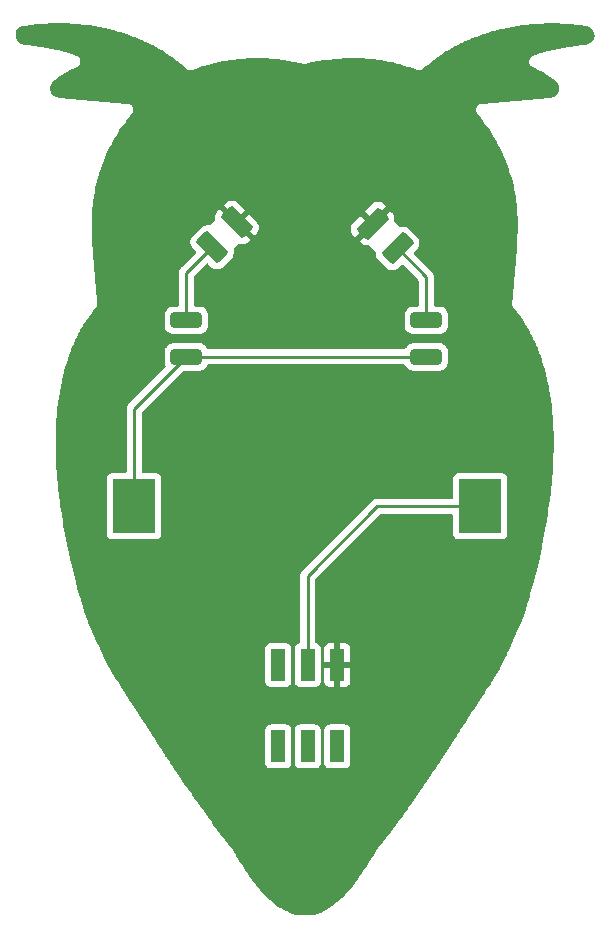
<source format=gbl>
G04 #@! TF.GenerationSoftware,KiCad,Pcbnew,(6.0.10)*
G04 #@! TF.CreationDate,2023-02-21T19:07:07+01:00*
G04 #@! TF.ProjectId,Eule,45756c65-2e6b-4696-9361-645f70636258,rev?*
G04 #@! TF.SameCoordinates,Original*
G04 #@! TF.FileFunction,Copper,L2,Bot*
G04 #@! TF.FilePolarity,Positive*
%FSLAX46Y46*%
G04 Gerber Fmt 4.6, Leading zero omitted, Abs format (unit mm)*
G04 Created by KiCad (PCBNEW (6.0.10)) date 2023-02-21 19:07:07*
%MOMM*%
%LPD*%
G01*
G04 APERTURE LIST*
G04 Aperture macros list*
%AMRoundRect*
0 Rectangle with rounded corners*
0 $1 Rounding radius*
0 $2 $3 $4 $5 $6 $7 $8 $9 X,Y pos of 4 corners*
0 Add a 4 corners polygon primitive as box body*
4,1,4,$2,$3,$4,$5,$6,$7,$8,$9,$2,$3,0*
0 Add four circle primitives for the rounded corners*
1,1,$1+$1,$2,$3*
1,1,$1+$1,$4,$5*
1,1,$1+$1,$6,$7*
1,1,$1+$1,$8,$9*
0 Add four rect primitives between the rounded corners*
20,1,$1+$1,$2,$3,$4,$5,0*
20,1,$1+$1,$4,$5,$6,$7,0*
20,1,$1+$1,$6,$7,$8,$9,0*
20,1,$1+$1,$8,$9,$2,$3,0*%
G04 Aperture macros list end*
G04 #@! TA.AperFunction,SMDPad,CuDef*
%ADD10R,1.200000X2.700000*%
G04 #@! TD*
G04 #@! TA.AperFunction,SMDPad,CuDef*
%ADD11R,3.600000X4.600000*%
G04 #@! TD*
G04 #@! TA.AperFunction,SMDPad,CuDef*
%ADD12RoundRect,0.250000X1.075000X-0.400000X1.075000X0.400000X-1.075000X0.400000X-1.075000X-0.400000X0*%
G04 #@! TD*
G04 #@! TA.AperFunction,SMDPad,CuDef*
%ADD13RoundRect,0.250001X-0.433103X1.087175X-1.087175X0.433103X0.433103X-1.087175X1.087175X-0.433103X0*%
G04 #@! TD*
G04 #@! TA.AperFunction,SMDPad,CuDef*
%ADD14RoundRect,0.250001X-1.087175X-0.433103X-0.433103X-1.087175X1.087175X0.433103X0.433103X1.087175X0*%
G04 #@! TD*
G04 #@! TA.AperFunction,Conductor*
%ADD15C,0.250000*%
G04 #@! TD*
G04 APERTURE END LIST*
D10*
X58500000Y-84550000D03*
X56000000Y-84550000D03*
X53500000Y-84550000D03*
X58500000Y-91450000D03*
X56000000Y-91450000D03*
X53500000Y-91450000D03*
D11*
X41290000Y-71120000D03*
X70590000Y-71120000D03*
D12*
X66040000Y-58470000D03*
X66040000Y-55370000D03*
D13*
X50010000Y-47080000D03*
X47906358Y-49183642D03*
D14*
X61495376Y-47185376D03*
X63599018Y-49289018D03*
D12*
X45720000Y-58470000D03*
X45720000Y-55370000D03*
D15*
X41290000Y-71120000D02*
X41290000Y-62900000D01*
X66040000Y-58470000D02*
X45720000Y-58470000D01*
X41290000Y-62900000D02*
X45720000Y-58470000D01*
X56000000Y-77000000D02*
X56000000Y-85050000D01*
X61880000Y-71120000D02*
X56000000Y-77000000D01*
X70590000Y-71120000D02*
X61880000Y-71120000D01*
X45720000Y-55370000D02*
X45720000Y-51370000D01*
X45720000Y-51370000D02*
X47906358Y-49183642D01*
X66040000Y-55370000D02*
X66040000Y-51730000D01*
X66040000Y-51730000D02*
X63599018Y-49289018D01*
G04 #@! TA.AperFunction,Conductor*
G36*
X35153495Y-30230535D02*
G01*
X35646550Y-30242159D01*
X35649865Y-30242281D01*
X36130934Y-30266479D01*
X36133855Y-30266662D01*
X36365509Y-30283857D01*
X36603452Y-30301519D01*
X36606583Y-30301790D01*
X37063483Y-30347189D01*
X37066753Y-30347558D01*
X37512361Y-30403621D01*
X37515189Y-30404009D01*
X37949888Y-30468731D01*
X37953148Y-30469260D01*
X37986301Y-30475088D01*
X38375139Y-30543446D01*
X38378204Y-30544025D01*
X38788094Y-30626773D01*
X38789055Y-30626967D01*
X38791932Y-30627583D01*
X39180998Y-30715708D01*
X39192592Y-30718334D01*
X39195388Y-30719001D01*
X39208735Y-30722346D01*
X39583507Y-30816271D01*
X39586590Y-30817087D01*
X39963902Y-30922002D01*
X39966580Y-30922780D01*
X40184635Y-30988770D01*
X40332725Y-31033587D01*
X40335488Y-31034458D01*
X40401024Y-31055948D01*
X40690017Y-31150712D01*
X40692964Y-31151719D01*
X41036621Y-31273973D01*
X41038896Y-31274808D01*
X41274498Y-31364010D01*
X41371613Y-31400779D01*
X41374515Y-31401919D01*
X41694700Y-31532294D01*
X41697237Y-31533359D01*
X41883129Y-31613932D01*
X42007749Y-31667947D01*
X42010138Y-31669013D01*
X42055745Y-31689916D01*
X42309835Y-31806374D01*
X42312295Y-31807534D01*
X42600896Y-31947521D01*
X42603340Y-31948739D01*
X42880918Y-32090889D01*
X42883007Y-32091983D01*
X43026553Y-32168919D01*
X43149448Y-32234787D01*
X43151929Y-32236154D01*
X43407659Y-32380781D01*
X43409577Y-32381888D01*
X43654942Y-32526615D01*
X43657137Y-32527942D01*
X43891158Y-32672768D01*
X43892837Y-32673825D01*
X43959219Y-32716377D01*
X44116153Y-32816976D01*
X44118697Y-32818651D01*
X44169500Y-32852977D01*
X44325077Y-32958096D01*
X44331149Y-32962199D01*
X44332371Y-32963035D01*
X44477272Y-33063510D01*
X44535758Y-33104064D01*
X44537919Y-33105596D01*
X44727911Y-33243341D01*
X44729722Y-33244679D01*
X44910763Y-33380936D01*
X44912543Y-33382301D01*
X45082503Y-33515022D01*
X45083880Y-33516112D01*
X45243954Y-33644744D01*
X45245752Y-33646217D01*
X45394179Y-33770064D01*
X45395777Y-33771420D01*
X45414984Y-33787996D01*
X45535117Y-33891672D01*
X45536098Y-33892528D01*
X45604492Y-33952875D01*
X45664762Y-34006055D01*
X45666651Y-34007756D01*
X45694296Y-34033159D01*
X45709305Y-34049626D01*
X45719440Y-34062942D01*
X45730515Y-34071115D01*
X45750893Y-34086153D01*
X45755981Y-34090347D01*
X45756015Y-34090305D01*
X45759521Y-34093094D01*
X45762822Y-34096128D01*
X45773020Y-34103119D01*
X45783370Y-34110214D01*
X45786941Y-34112755D01*
X45829417Y-34144100D01*
X45836640Y-34149430D01*
X45844773Y-34152410D01*
X45845391Y-34152729D01*
X45852539Y-34157629D01*
X45861067Y-34160421D01*
X45861070Y-34160423D01*
X45911257Y-34176856D01*
X45915402Y-34178294D01*
X45964970Y-34196459D01*
X45964978Y-34196461D01*
X45973403Y-34199548D01*
X45982046Y-34200126D01*
X45982728Y-34200258D01*
X45990964Y-34202955D01*
X45999937Y-34203242D01*
X45999938Y-34203242D01*
X46015088Y-34203726D01*
X46052767Y-34204930D01*
X46057092Y-34205144D01*
X46118737Y-34209266D01*
X46127197Y-34207395D01*
X46127888Y-34207330D01*
X46136547Y-34207607D01*
X46196372Y-34192170D01*
X46200635Y-34191149D01*
X46223267Y-34186142D01*
X46228013Y-34185092D01*
X46232541Y-34183325D01*
X46237204Y-34181908D01*
X46237242Y-34182032D01*
X46243535Y-34180000D01*
X46254299Y-34177222D01*
X46268891Y-34173457D01*
X46268894Y-34173456D01*
X46277585Y-34171213D01*
X46285301Y-34166619D01*
X46295333Y-34160646D01*
X46313974Y-34151535D01*
X46437999Y-34103119D01*
X46447001Y-34099605D01*
X46448958Y-34098860D01*
X46457658Y-34095630D01*
X46556971Y-34058756D01*
X46641240Y-34027468D01*
X46643133Y-34026782D01*
X46849883Y-33953755D01*
X46852463Y-33952875D01*
X47074488Y-33879816D01*
X47076647Y-33879127D01*
X47315651Y-33805218D01*
X47317472Y-33804670D01*
X47433372Y-33770737D01*
X47569194Y-33730971D01*
X47571839Y-33730229D01*
X47837589Y-33658792D01*
X47840129Y-33658137D01*
X48120319Y-33589049D01*
X48122473Y-33588538D01*
X48416493Y-33521498D01*
X48419497Y-33520851D01*
X48551662Y-33494088D01*
X48726796Y-33458624D01*
X48729190Y-33458164D01*
X49050836Y-33399596D01*
X49053704Y-33399109D01*
X49387477Y-33346357D01*
X49390190Y-33345959D01*
X49738078Y-33298870D01*
X49740900Y-33298520D01*
X50100882Y-33258095D01*
X50103594Y-33257820D01*
X50476028Y-33224224D01*
X50479446Y-33223963D01*
X50604306Y-33216140D01*
X50863034Y-33199929D01*
X50865718Y-33199789D01*
X51262374Y-33183422D01*
X51265786Y-33183328D01*
X51539019Y-33179461D01*
X51673056Y-33177564D01*
X51676251Y-33177559D01*
X52096517Y-33182379D01*
X52099487Y-33182449D01*
X52341852Y-33191104D01*
X52531823Y-33197889D01*
X52535015Y-33198044D01*
X52976052Y-33225007D01*
X52979578Y-33225272D01*
X53432289Y-33265727D01*
X53435648Y-33266072D01*
X53900109Y-33320148D01*
X53903283Y-33320559D01*
X54377424Y-33388154D01*
X54380905Y-33388700D01*
X54865027Y-33471638D01*
X54868618Y-33472307D01*
X55365081Y-33572377D01*
X55367187Y-33572822D01*
X55654391Y-33636007D01*
X55655071Y-33636159D01*
X55728839Y-33652996D01*
X55745503Y-33651994D01*
X55758916Y-33651187D01*
X55775834Y-33651308D01*
X55796924Y-33652878D01*
X55796926Y-33652878D01*
X55805875Y-33653544D01*
X55839391Y-33646393D01*
X55839806Y-33646321D01*
X55840555Y-33646276D01*
X55842584Y-33645834D01*
X55842589Y-33645833D01*
X55868775Y-33640127D01*
X55869311Y-33640011D01*
X55948327Y-33623154D01*
X55949232Y-33622666D01*
X55950194Y-33622386D01*
X55996496Y-33612297D01*
X56369447Y-33531031D01*
X56385207Y-33527597D01*
X56388412Y-33526942D01*
X56874680Y-33434135D01*
X56878119Y-33433528D01*
X57353992Y-33356307D01*
X57357369Y-33355806D01*
X57597642Y-33323471D01*
X57823695Y-33293050D01*
X57826871Y-33292664D01*
X58188856Y-33253468D01*
X58280990Y-33243492D01*
X58284474Y-33243164D01*
X58387065Y-33234930D01*
X58728969Y-33207489D01*
X58731985Y-33207284D01*
X58957788Y-33194711D01*
X59164326Y-33183212D01*
X59167880Y-33183064D01*
X59389348Y-33176996D01*
X59588978Y-33171527D01*
X59592084Y-33171480D01*
X59748470Y-33171113D01*
X60002582Y-33170517D01*
X60005616Y-33170547D01*
X60218539Y-33175175D01*
X60403840Y-33179203D01*
X60407017Y-33179313D01*
X60792481Y-33197532D01*
X60795875Y-33197738D01*
X60957658Y-33209768D01*
X61170717Y-33225611D01*
X61173267Y-33225828D01*
X61535838Y-33260450D01*
X61538921Y-33260783D01*
X61699701Y-33280165D01*
X61888600Y-33302936D01*
X61891587Y-33303332D01*
X61961269Y-33313428D01*
X62228831Y-33352194D01*
X62231621Y-33352631D01*
X62555774Y-33407296D01*
X62558406Y-33407769D01*
X62870534Y-33467313D01*
X62872922Y-33467793D01*
X63116000Y-33519214D01*
X63171861Y-33531031D01*
X63174597Y-33531642D01*
X63458226Y-33598267D01*
X63461183Y-33598999D01*
X63593402Y-33633450D01*
X63732955Y-33669812D01*
X63734787Y-33670305D01*
X63868963Y-33707576D01*
X63993043Y-33742043D01*
X63995741Y-33742825D01*
X64238017Y-33815982D01*
X64240370Y-33816718D01*
X64469575Y-33890900D01*
X64471876Y-33891670D01*
X64686856Y-33965866D01*
X64688894Y-33966590D01*
X64890080Y-34040010D01*
X64891915Y-34040695D01*
X65078150Y-34111959D01*
X65080194Y-34112762D01*
X65134494Y-34134632D01*
X65157326Y-34143828D01*
X65166671Y-34147592D01*
X65186480Y-34157685D01*
X65200762Y-34166632D01*
X65209405Y-34169072D01*
X65209408Y-34169073D01*
X65238275Y-34177222D01*
X65244445Y-34179328D01*
X65244464Y-34179270D01*
X65248734Y-34180646D01*
X65252888Y-34182319D01*
X65276978Y-34188231D01*
X65277174Y-34188279D01*
X65281373Y-34189386D01*
X65332305Y-34203763D01*
X65332307Y-34203763D01*
X65340943Y-34206201D01*
X65349630Y-34206119D01*
X65350084Y-34206172D01*
X65358526Y-34208244D01*
X65420413Y-34205529D01*
X65424696Y-34205416D01*
X65486593Y-34204835D01*
X65494904Y-34202320D01*
X65495370Y-34202241D01*
X65504043Y-34201860D01*
X65562634Y-34181901D01*
X65566765Y-34180573D01*
X65617412Y-34165246D01*
X65626007Y-34162645D01*
X65633275Y-34157900D01*
X65633701Y-34157693D01*
X65641920Y-34154893D01*
X65692596Y-34119263D01*
X65696149Y-34116856D01*
X65715646Y-34104128D01*
X65715652Y-34104123D01*
X65719724Y-34101465D01*
X65723339Y-34098211D01*
X65727201Y-34095241D01*
X65727285Y-34095351D01*
X65732398Y-34091278D01*
X65753730Y-34076279D01*
X65753732Y-34076277D01*
X65761074Y-34071115D01*
X65774037Y-34054870D01*
X65788230Y-34039809D01*
X65876382Y-33960473D01*
X65877509Y-33959471D01*
X66010367Y-33842747D01*
X66012054Y-33841290D01*
X66154239Y-33720761D01*
X66156056Y-33719250D01*
X66311722Y-33592233D01*
X66312808Y-33591357D01*
X66478945Y-33458832D01*
X66480573Y-33457555D01*
X66653455Y-33324352D01*
X66655795Y-33322593D01*
X66667163Y-33314257D01*
X66743746Y-33258096D01*
X66841355Y-33186516D01*
X66842678Y-33185559D01*
X67039885Y-33044833D01*
X67042079Y-33043302D01*
X67112540Y-32995246D01*
X67249218Y-32902028D01*
X67250783Y-32900979D01*
X67470149Y-32756659D01*
X67471823Y-32755578D01*
X67699556Y-32611092D01*
X67701915Y-32609632D01*
X67940742Y-32465381D01*
X67942787Y-32464171D01*
X68192595Y-32319646D01*
X68195018Y-32318280D01*
X68456921Y-32174377D01*
X68458896Y-32173315D01*
X68706536Y-32042932D01*
X68730642Y-32030240D01*
X68733137Y-32028962D01*
X68766613Y-32012281D01*
X69015742Y-31888138D01*
X69018144Y-31886972D01*
X69311064Y-31748677D01*
X69313483Y-31747567D01*
X69619101Y-31611095D01*
X69621497Y-31610055D01*
X69936585Y-31477488D01*
X69939187Y-31476429D01*
X70265578Y-31347793D01*
X70268313Y-31346751D01*
X70464010Y-31274828D01*
X70605579Y-31222798D01*
X70608295Y-31221836D01*
X70958008Y-31102375D01*
X70960534Y-31101541D01*
X71228528Y-31016270D01*
X71320444Y-30987024D01*
X71323509Y-30986092D01*
X71579292Y-30911875D01*
X71694406Y-30878474D01*
X71697301Y-30877671D01*
X72079842Y-30776495D01*
X72082699Y-30775775D01*
X72251185Y-30735404D01*
X72477114Y-30681269D01*
X72480005Y-30680614D01*
X72884547Y-30593927D01*
X72887727Y-30593288D01*
X73304738Y-30515098D01*
X73307516Y-30514609D01*
X73358381Y-30506246D01*
X73736616Y-30444059D01*
X73739700Y-30443593D01*
X74118834Y-30391097D01*
X74178335Y-30382859D01*
X74181672Y-30382442D01*
X74632888Y-30332199D01*
X74635826Y-30331907D01*
X74810370Y-30316602D01*
X75099723Y-30291231D01*
X75102716Y-30291004D01*
X75339221Y-30276042D01*
X75577080Y-30260994D01*
X75580279Y-30260833D01*
X75873593Y-30249753D01*
X76067561Y-30242426D01*
X76070565Y-30242348D01*
X76295918Y-30239280D01*
X76568983Y-30235562D01*
X76572135Y-30235558D01*
X77082074Y-30241374D01*
X77085309Y-30241453D01*
X77608302Y-30260859D01*
X77611404Y-30261012D01*
X78146205Y-30294073D01*
X78149153Y-30294290D01*
X78433116Y-30318543D01*
X78696117Y-30341005D01*
X78699112Y-30341298D01*
X79258934Y-30402741D01*
X79261490Y-30403049D01*
X79411271Y-30422693D01*
X79545830Y-30440341D01*
X79551389Y-30441197D01*
X79652152Y-30459018D01*
X79664820Y-30461939D01*
X79740047Y-30483433D01*
X79750326Y-30486855D01*
X79802324Y-30506684D01*
X79812215Y-30510456D01*
X79824097Y-30515704D01*
X79872927Y-30540352D01*
X79883343Y-30546246D01*
X79923819Y-30571763D01*
X79933801Y-30578753D01*
X79971068Y-30607636D01*
X79978172Y-30613572D01*
X80008835Y-30641169D01*
X80017185Y-30649420D01*
X80040233Y-30674421D01*
X80046286Y-30681495D01*
X80071390Y-30713125D01*
X80075345Y-30718384D01*
X80095793Y-30747109D01*
X80100321Y-30753929D01*
X80116584Y-30780238D01*
X80119227Y-30784717D01*
X80138297Y-30818620D01*
X80138877Y-30819662D01*
X80146141Y-30832866D01*
X80147782Y-30835850D01*
X80152090Y-30844444D01*
X80160327Y-30862567D01*
X80160333Y-30862579D01*
X80162188Y-30866659D01*
X80164603Y-30870436D01*
X80166742Y-30874373D01*
X80170299Y-30880639D01*
X80196380Y-30932802D01*
X80200670Y-30942354D01*
X80212718Y-30972472D01*
X80226990Y-31008152D01*
X80229848Y-31016054D01*
X80251559Y-31082996D01*
X80254254Y-31092582D01*
X80268319Y-31151442D01*
X80270562Y-31163342D01*
X80275130Y-31196166D01*
X80277811Y-31215438D01*
X80278937Y-31228451D01*
X80280537Y-31274828D01*
X80280592Y-31276426D01*
X80280302Y-31290343D01*
X80277486Y-31327277D01*
X80276550Y-31339547D01*
X80274817Y-31352861D01*
X80265747Y-31401919D01*
X80265686Y-31402248D01*
X80262195Y-31416456D01*
X80247005Y-31465722D01*
X80241861Y-31479491D01*
X80217437Y-31534790D01*
X80211414Y-31546681D01*
X80176102Y-31608095D01*
X80168779Y-31619385D01*
X80117678Y-31689650D01*
X80110556Y-31698564D01*
X80067628Y-31747567D01*
X80033216Y-31786849D01*
X80029265Y-31791153D01*
X80027007Y-31793502D01*
X80018720Y-31802120D01*
X80016993Y-31803880D01*
X79988247Y-31832626D01*
X79983445Y-31837183D01*
X79978523Y-31841613D01*
X79965701Y-31853154D01*
X79961735Y-31856575D01*
X79941630Y-31873200D01*
X79940074Y-31874487D01*
X79931830Y-31880752D01*
X79905988Y-31898763D01*
X79898368Y-31903676D01*
X79872295Y-31919188D01*
X79858932Y-31927138D01*
X79850858Y-31931551D01*
X79801660Y-31956150D01*
X79791919Y-31960515D01*
X79733609Y-31983731D01*
X79723651Y-31987220D01*
X79650052Y-32009594D01*
X79639630Y-32012281D01*
X79528975Y-32035825D01*
X79527599Y-32036110D01*
X79527390Y-32036152D01*
X79527058Y-32036218D01*
X79520687Y-32037330D01*
X79485882Y-32042485D01*
X79484523Y-32042679D01*
X79463307Y-32045586D01*
X79419473Y-32051590D01*
X79417712Y-32051818D01*
X79370721Y-32057561D01*
X79368714Y-32057738D01*
X79366691Y-32057691D01*
X79361861Y-32058329D01*
X79361860Y-32058329D01*
X79330433Y-32062480D01*
X79329221Y-32062634D01*
X79296066Y-32066686D01*
X79294111Y-32067214D01*
X79292106Y-32067542D01*
X79254955Y-32072448D01*
X79222056Y-32076793D01*
X79221944Y-32076808D01*
X79121849Y-32089936D01*
X79101529Y-32092601D01*
X79100885Y-32092684D01*
X79005956Y-32104637D01*
X79004321Y-32104786D01*
X79002613Y-32104750D01*
X78998187Y-32105344D01*
X78998188Y-32105344D01*
X78965999Y-32109664D01*
X78964982Y-32109797D01*
X78935609Y-32113496D01*
X78935607Y-32113496D01*
X78931242Y-32114046D01*
X78929593Y-32114498D01*
X78927943Y-32114772D01*
X78883911Y-32120683D01*
X78853165Y-32124810D01*
X78852405Y-32124884D01*
X78851546Y-32124869D01*
X78849171Y-32125198D01*
X78849167Y-32125198D01*
X78828155Y-32128105D01*
X78813560Y-32130125D01*
X78813103Y-32130187D01*
X78778163Y-32134877D01*
X78777335Y-32135111D01*
X78776577Y-32135242D01*
X78692231Y-32146912D01*
X78691724Y-32146963D01*
X78691142Y-32146955D01*
X78652735Y-32152377D01*
X78652544Y-32152404D01*
X78617137Y-32157303D01*
X78616573Y-32157465D01*
X78616074Y-32157553D01*
X78520686Y-32171019D01*
X78519952Y-32171095D01*
X78519109Y-32171087D01*
X78516789Y-32171424D01*
X78516779Y-32171425D01*
X78481295Y-32176579D01*
X78480800Y-32176650D01*
X78478725Y-32176943D01*
X78445762Y-32181597D01*
X78444955Y-32181831D01*
X78444192Y-32181968D01*
X78339637Y-32197155D01*
X78338799Y-32197246D01*
X78337878Y-32197240D01*
X78335337Y-32197620D01*
X78335323Y-32197622D01*
X78300143Y-32202890D01*
X78299596Y-32202971D01*
X78291335Y-32204171D01*
X78264773Y-32208029D01*
X78263886Y-32208291D01*
X78263058Y-32208443D01*
X78149910Y-32225385D01*
X78147687Y-32225642D01*
X78145470Y-32225653D01*
X78109712Y-32231396D01*
X78108446Y-32231593D01*
X78095224Y-32233573D01*
X78075590Y-32236513D01*
X78073470Y-32237148D01*
X78071219Y-32237579D01*
X77951923Y-32256741D01*
X77950967Y-32256859D01*
X77949893Y-32256870D01*
X77922053Y-32261487D01*
X77912489Y-32263073D01*
X77911856Y-32263177D01*
X77880189Y-32268263D01*
X77880186Y-32268264D01*
X77877307Y-32268726D01*
X77876290Y-32269042D01*
X77875318Y-32269236D01*
X77750232Y-32289979D01*
X77748984Y-32290141D01*
X77747640Y-32290163D01*
X77710371Y-32296589D01*
X77710086Y-32296637D01*
X77675791Y-32302324D01*
X77674505Y-32302731D01*
X77673275Y-32302985D01*
X77543615Y-32325339D01*
X77541138Y-32325683D01*
X77538713Y-32325751D01*
X77533926Y-32326634D01*
X77503471Y-32332251D01*
X77502027Y-32332509D01*
X77474027Y-32337337D01*
X77474025Y-32337337D01*
X77469620Y-32338097D01*
X77467307Y-32338845D01*
X77464820Y-32339381D01*
X77331867Y-32363907D01*
X77330199Y-32364155D01*
X77328418Y-32364220D01*
X77292239Y-32371211D01*
X77291236Y-32371401D01*
X77285970Y-32372373D01*
X77262253Y-32376747D01*
X77262247Y-32376748D01*
X77257848Y-32377560D01*
X77256169Y-32378125D01*
X77254467Y-32378510D01*
X77120668Y-32404364D01*
X77119208Y-32404594D01*
X77117654Y-32404662D01*
X77113628Y-32405471D01*
X77081082Y-32412011D01*
X77080208Y-32412183D01*
X77046674Y-32418663D01*
X77045198Y-32419174D01*
X77043737Y-32419516D01*
X76907516Y-32446891D01*
X76903926Y-32447498D01*
X76900690Y-32447691D01*
X76895931Y-32448726D01*
X76895928Y-32448726D01*
X76886855Y-32450699D01*
X76866836Y-32455050D01*
X76865078Y-32455419D01*
X76834019Y-32461660D01*
X76830969Y-32462741D01*
X76827317Y-32463642D01*
X76692579Y-32492932D01*
X76689244Y-32493549D01*
X76686186Y-32493777D01*
X76673170Y-32496810D01*
X76652216Y-32501692D01*
X76650389Y-32502103D01*
X76623687Y-32507908D01*
X76623682Y-32507909D01*
X76619300Y-32508862D01*
X76616434Y-32509929D01*
X76613059Y-32510816D01*
X76581340Y-32518207D01*
X76479139Y-32542021D01*
X76476453Y-32542555D01*
X76473853Y-32542782D01*
X76469125Y-32543946D01*
X76469122Y-32543947D01*
X76439279Y-32551297D01*
X76437742Y-32551665D01*
X76410422Y-32558031D01*
X76410408Y-32558035D01*
X76406045Y-32559052D01*
X76403620Y-32559996D01*
X76400909Y-32560749D01*
X76361194Y-32570531D01*
X76269769Y-32593049D01*
X76265230Y-32594027D01*
X76261412Y-32594433D01*
X76228817Y-32603114D01*
X76226571Y-32603689D01*
X76201290Y-32609916D01*
X76201286Y-32609917D01*
X76196935Y-32610989D01*
X76193398Y-32612417D01*
X76188806Y-32613769D01*
X76061299Y-32647730D01*
X76057262Y-32648677D01*
X76053736Y-32649113D01*
X76049049Y-32650449D01*
X76049047Y-32650449D01*
X76020903Y-32658469D01*
X76018825Y-32659042D01*
X75988849Y-32667026D01*
X75985589Y-32668414D01*
X75981531Y-32669690D01*
X75859870Y-32704359D01*
X75853819Y-32705908D01*
X75849198Y-32706589D01*
X75844557Y-32708028D01*
X75844550Y-32708030D01*
X75818342Y-32716159D01*
X75815553Y-32716988D01*
X75787524Y-32724976D01*
X75783434Y-32726802D01*
X75782817Y-32727026D01*
X75777099Y-32728951D01*
X75662120Y-32764614D01*
X75656344Y-32766255D01*
X75652420Y-32767269D01*
X75647625Y-32768120D01*
X75643024Y-32769697D01*
X75643015Y-32769699D01*
X75618961Y-32777942D01*
X75615445Y-32779089D01*
X75593775Y-32785811D01*
X75593768Y-32785814D01*
X75589489Y-32787141D01*
X75585439Y-32789063D01*
X75581265Y-32790691D01*
X75581206Y-32790541D01*
X75575906Y-32792698D01*
X75492594Y-32821249D01*
X75468794Y-32829405D01*
X75466999Y-32829953D01*
X75465116Y-32830305D01*
X75430425Y-32842550D01*
X75429496Y-32842873D01*
X75409665Y-32849668D01*
X75405538Y-32851003D01*
X75402518Y-32851922D01*
X75397761Y-32852977D01*
X75370709Y-32863552D01*
X75366801Y-32865005D01*
X75342330Y-32873642D01*
X75338354Y-32875720D01*
X75334245Y-32877508D01*
X75334215Y-32877439D01*
X75328308Y-32880127D01*
X75176812Y-32939347D01*
X75171577Y-32941226D01*
X75167377Y-32942252D01*
X75162893Y-32944116D01*
X75162881Y-32944120D01*
X75137035Y-32954865D01*
X75134541Y-32955871D01*
X75119756Y-32961651D01*
X75106858Y-32966693D01*
X75103109Y-32968815D01*
X75097833Y-32971164D01*
X75075751Y-32980344D01*
X75062120Y-32985114D01*
X75035422Y-32992771D01*
X75035421Y-32992771D01*
X75026793Y-32995246D01*
X75019205Y-33000044D01*
X75019204Y-33000044D01*
X75011142Y-33005141D01*
X74977868Y-33026179D01*
X74972664Y-33029469D01*
X74969703Y-33031285D01*
X74922294Y-33059461D01*
X74922291Y-33059463D01*
X74914577Y-33064048D01*
X74909711Y-33069271D01*
X74903678Y-33073085D01*
X74861300Y-33121159D01*
X74858969Y-33123731D01*
X74821400Y-33164053D01*
X74821398Y-33164056D01*
X74815284Y-33170618D01*
X74812079Y-33176996D01*
X74807360Y-33182350D01*
X74803556Y-33190472D01*
X74803554Y-33190475D01*
X74780185Y-33240371D01*
X74778668Y-33243495D01*
X74753922Y-33292747D01*
X74753919Y-33292756D01*
X74749892Y-33300771D01*
X74748606Y-33307794D01*
X74745579Y-33314257D01*
X74740611Y-33346361D01*
X74735781Y-33377569D01*
X74735203Y-33380991D01*
X74725473Y-33434135D01*
X74723658Y-33444047D01*
X74724395Y-33451150D01*
X74723304Y-33458201D01*
X74731596Y-33521152D01*
X74731671Y-33521724D01*
X74732075Y-33525154D01*
X74738692Y-33588927D01*
X74741392Y-33595535D01*
X74742324Y-33602612D01*
X74768195Y-33661259D01*
X74769538Y-33664422D01*
X74787170Y-33707576D01*
X74793784Y-33723764D01*
X74798231Y-33729349D01*
X74801111Y-33735879D01*
X74806894Y-33742746D01*
X74806895Y-33742747D01*
X74842391Y-33784894D01*
X74844592Y-33787582D01*
X74884507Y-33837719D01*
X74890342Y-33841831D01*
X74894939Y-33847290D01*
X74948336Y-33882762D01*
X74951180Y-33884709D01*
X74996229Y-33916459D01*
X75003566Y-33921630D01*
X75042060Y-33934791D01*
X75054037Y-33939584D01*
X75273911Y-34040933D01*
X75276370Y-34042099D01*
X75501778Y-34151962D01*
X75504324Y-34153239D01*
X75715262Y-34262018D01*
X75717506Y-34263204D01*
X75909365Y-34367089D01*
X75912319Y-34368740D01*
X76090126Y-34471285D01*
X76091636Y-34472170D01*
X76253109Y-34568307D01*
X76256165Y-34570185D01*
X76400305Y-34661658D01*
X76401987Y-34662745D01*
X76532093Y-34748243D01*
X76534315Y-34749737D01*
X76648944Y-34828602D01*
X76650844Y-34829935D01*
X76699935Y-34865064D01*
X76750663Y-34901365D01*
X76752416Y-34902643D01*
X76832968Y-34962409D01*
X76836131Y-34964834D01*
X76875052Y-34995667D01*
X76904913Y-35019323D01*
X76959375Y-35062547D01*
X76962708Y-35065287D01*
X76997735Y-35095097D01*
X77003863Y-35100676D01*
X77007034Y-35104280D01*
X77026070Y-35120143D01*
X77035280Y-35128630D01*
X77106194Y-35200812D01*
X77116242Y-35212367D01*
X77165066Y-35275939D01*
X77173673Y-35288687D01*
X77214821Y-35358483D01*
X77221304Y-35371045D01*
X77253533Y-35443176D01*
X77259043Y-35457918D01*
X77282055Y-35533601D01*
X77285414Y-35547410D01*
X77295666Y-35603062D01*
X77299769Y-35625333D01*
X77301642Y-35640855D01*
X77306220Y-35719689D01*
X77306220Y-35734299D01*
X77301577Y-35814246D01*
X77299782Y-35829340D01*
X77284801Y-35912268D01*
X77281598Y-35925727D01*
X77264042Y-35984866D01*
X77259064Y-35998641D01*
X77224710Y-36078801D01*
X77218395Y-36091509D01*
X77178704Y-36161223D01*
X77169616Y-36175000D01*
X77122631Y-36236979D01*
X77113336Y-36247890D01*
X77056396Y-36307491D01*
X77045882Y-36317307D01*
X76983287Y-36369383D01*
X76971470Y-36378101D01*
X76906802Y-36420209D01*
X76893107Y-36427953D01*
X76822603Y-36462198D01*
X76808864Y-36467895D01*
X76732327Y-36494449D01*
X76718202Y-36498443D01*
X76701811Y-36502062D01*
X76637536Y-36516252D01*
X76622641Y-36518615D01*
X76557089Y-36525023D01*
X76530079Y-36527663D01*
X76529075Y-36527757D01*
X70781689Y-37043156D01*
X70777697Y-37043265D01*
X70773885Y-37042583D01*
X70764964Y-37043545D01*
X70764963Y-37043545D01*
X70704909Y-37050021D01*
X70702653Y-37050243D01*
X70678680Y-37052393D01*
X70678671Y-37052394D01*
X70674215Y-37052794D01*
X70670852Y-37053587D01*
X70666938Y-37054115D01*
X70656423Y-37055249D01*
X70637993Y-37057236D01*
X70637990Y-37057237D01*
X70629067Y-37058199D01*
X70608839Y-37066559D01*
X70589645Y-37072745D01*
X70577084Y-37075708D01*
X70577082Y-37075709D01*
X70568349Y-37077769D01*
X70539333Y-37094236D01*
X70525279Y-37101094D01*
X70502749Y-37110405D01*
X70502747Y-37110406D01*
X70494453Y-37113834D01*
X70487454Y-37119452D01*
X70487451Y-37119454D01*
X70477389Y-37127532D01*
X70460701Y-37138858D01*
X70441669Y-37149659D01*
X70426034Y-37165779D01*
X70418448Y-37173600D01*
X70406877Y-37184134D01*
X70387867Y-37199393D01*
X70387865Y-37199395D01*
X70380864Y-37205015D01*
X70375721Y-37212375D01*
X70368328Y-37222955D01*
X70355489Y-37238510D01*
X70340257Y-37254214D01*
X70336065Y-37262156D01*
X70324685Y-37283715D01*
X70316540Y-37297067D01*
X70297433Y-37324411D01*
X70294564Y-37332914D01*
X70294562Y-37332918D01*
X70290437Y-37345143D01*
X70282485Y-37363667D01*
X70272265Y-37383029D01*
X70270470Y-37391832D01*
X70265598Y-37415723D01*
X70261528Y-37430823D01*
X70250866Y-37462424D01*
X70250130Y-37480393D01*
X70249971Y-37484280D01*
X70247536Y-37504300D01*
X70245165Y-37515929D01*
X70243162Y-37525750D01*
X70243909Y-37534695D01*
X70245938Y-37558996D01*
X70246270Y-37574634D01*
X70245273Y-37598991D01*
X70244906Y-37607959D01*
X70250100Y-37628861D01*
X70250183Y-37629195D01*
X70253464Y-37649090D01*
X70255286Y-37670903D01*
X70258514Y-37679280D01*
X70267280Y-37702030D01*
X70271986Y-37716944D01*
X70277866Y-37740604D01*
X70277867Y-37740608D01*
X70280032Y-37749318D01*
X70291061Y-37768227D01*
X70299787Y-37786386D01*
X70307661Y-37806818D01*
X70313108Y-37813949D01*
X70328288Y-37833822D01*
X70331771Y-37838612D01*
X70333976Y-37841799D01*
X70336422Y-37845992D01*
X70352827Y-37866175D01*
X70354520Y-37868258D01*
X70356870Y-37871241D01*
X70396078Y-37922570D01*
X70401179Y-37926321D01*
X70406170Y-37931802D01*
X70672083Y-38258950D01*
X70674540Y-38262074D01*
X70825899Y-38460828D01*
X70959953Y-38636859D01*
X70962094Y-38639756D01*
X71102723Y-38835829D01*
X71230249Y-39013635D01*
X71232402Y-39016734D01*
X71424702Y-39302605D01*
X71482499Y-39388526D01*
X71484652Y-39391838D01*
X71595235Y-39567951D01*
X71716796Y-39761549D01*
X71718945Y-39765098D01*
X71873269Y-40029849D01*
X71934677Y-40135198D01*
X71936235Y-40137952D01*
X72137713Y-40504451D01*
X72139519Y-40507858D01*
X72283007Y-40788915D01*
X72324946Y-40871064D01*
X72326542Y-40874302D01*
X72468009Y-41172251D01*
X72497691Y-41234765D01*
X72499212Y-41238094D01*
X72656055Y-41594818D01*
X72657391Y-41597973D01*
X72800881Y-41950003D01*
X72802121Y-41953166D01*
X72933040Y-42301010D01*
X72934192Y-42304203D01*
X73052815Y-42647638D01*
X73053788Y-42650570D01*
X73077334Y-42724570D01*
X73155186Y-42969246D01*
X73160797Y-42986881D01*
X73161792Y-42990164D01*
X73257465Y-43322149D01*
X73258197Y-43324798D01*
X73344384Y-43650394D01*
X73345156Y-43653468D01*
X73420529Y-43970221D01*
X73421197Y-43973188D01*
X73438473Y-44054557D01*
X73487130Y-44283742D01*
X73487679Y-44286477D01*
X73545200Y-44590386D01*
X73545640Y-44592842D01*
X73595482Y-44888056D01*
X73595893Y-44890654D01*
X73638058Y-45177193D01*
X73638365Y-45179427D01*
X73669620Y-45423544D01*
X73673799Y-45456187D01*
X73674096Y-45458709D01*
X73702457Y-45722456D01*
X73702676Y-45724495D01*
X73702937Y-45727200D01*
X73719854Y-45925061D01*
X73725029Y-45985586D01*
X73725147Y-45987066D01*
X73743396Y-46234862D01*
X73743559Y-46237440D01*
X73755969Y-46471316D01*
X73756053Y-46473149D01*
X73759837Y-46571523D01*
X73764682Y-46697506D01*
X73764742Y-46699483D01*
X73767029Y-46801036D01*
X73769571Y-46913904D01*
X73769590Y-46914924D01*
X73772487Y-47115789D01*
X73772500Y-47117606D01*
X73772500Y-47304536D01*
X73772492Y-47305936D01*
X73770578Y-47478195D01*
X73770550Y-47479812D01*
X73770139Y-47496987D01*
X73766660Y-47642228D01*
X73762912Y-47783705D01*
X73762707Y-47791431D01*
X73762697Y-47791798D01*
X73759869Y-47887949D01*
X73759814Y-47888778D01*
X73759649Y-47889690D01*
X73759585Y-47892263D01*
X73759584Y-47892273D01*
X73758696Y-47927788D01*
X73758681Y-47928339D01*
X73757646Y-47963548D01*
X73757751Y-47964476D01*
X73757758Y-47965319D01*
X73755682Y-48048344D01*
X73755442Y-48056596D01*
X73753865Y-48110721D01*
X73753543Y-48116767D01*
X73753248Y-48120579D01*
X73752500Y-48125386D01*
X73752500Y-48155763D01*
X73752447Y-48159431D01*
X73752132Y-48170261D01*
X73751653Y-48186693D01*
X73752159Y-48191143D01*
X73752347Y-48195623D01*
X73752180Y-48195630D01*
X73752500Y-48201285D01*
X73752500Y-48231746D01*
X73752494Y-48233019D01*
X73751602Y-48321329D01*
X73751536Y-48324324D01*
X73747817Y-48434044D01*
X73747721Y-48436646D01*
X73743034Y-48563180D01*
X73742943Y-48565183D01*
X73737353Y-48670688D01*
X73735225Y-48710839D01*
X73728640Y-48832319D01*
X73726462Y-48872489D01*
X73726373Y-48873969D01*
X73723064Y-48923602D01*
X73717230Y-49011110D01*
X73717149Y-49011889D01*
X73716961Y-49012743D01*
X73716809Y-49015178D01*
X73716808Y-49015186D01*
X73714574Y-49050943D01*
X73714540Y-49051466D01*
X73712197Y-49086607D01*
X73712264Y-49087484D01*
X73712241Y-49088264D01*
X73702616Y-49242267D01*
X73702562Y-49243075D01*
X73688844Y-49442008D01*
X73688793Y-49442721D01*
X73672978Y-49653253D01*
X73660853Y-49811605D01*
X73658989Y-49835944D01*
X73658941Y-49836362D01*
X73658828Y-49836850D01*
X73655923Y-49875987D01*
X73653197Y-49911581D01*
X73653229Y-49912068D01*
X73653212Y-49912492D01*
X73639050Y-50103259D01*
X73638986Y-50104085D01*
X73629602Y-50220151D01*
X73620200Y-50336448D01*
X73606990Y-50494971D01*
X73603535Y-50536427D01*
X73603515Y-50536590D01*
X73603463Y-50536808D01*
X73600265Y-50575661D01*
X73600218Y-50575784D01*
X73600255Y-50575787D01*
X73597224Y-50612158D01*
X73597237Y-50612376D01*
X73597228Y-50612565D01*
X73592325Y-50672135D01*
X73583455Y-50779907D01*
X73583431Y-50780106D01*
X73583382Y-50780310D01*
X73580128Y-50820330D01*
X73577219Y-50855679D01*
X73577231Y-50855883D01*
X73577223Y-50856059D01*
X73569567Y-50950230D01*
X73560233Y-51065046D01*
X73539450Y-51309489D01*
X73539402Y-51310039D01*
X73521012Y-51515666D01*
X73520925Y-51516350D01*
X73520741Y-51517105D01*
X73517441Y-51555609D01*
X73514269Y-51591073D01*
X73514310Y-51591856D01*
X73514275Y-51592531D01*
X73513028Y-51607082D01*
X73496479Y-51800147D01*
X73496426Y-51800747D01*
X73478118Y-52002974D01*
X73478067Y-52003375D01*
X73477950Y-52003845D01*
X73474527Y-52042641D01*
X73471279Y-52078515D01*
X73471305Y-52079001D01*
X73471283Y-52079412D01*
X73453531Y-52280599D01*
X73441905Y-52410155D01*
X73436060Y-52475282D01*
X73436022Y-52475574D01*
X73435939Y-52475910D01*
X73435852Y-52476901D01*
X73435850Y-52476914D01*
X73432661Y-52513112D01*
X73432490Y-52515055D01*
X73429272Y-52550915D01*
X73429290Y-52551262D01*
X73429276Y-52551540D01*
X73424952Y-52600612D01*
X73412553Y-52741334D01*
X73412517Y-52741733D01*
X73403691Y-52838383D01*
X73396842Y-52913392D01*
X73396201Y-52920407D01*
X73396183Y-52920548D01*
X73396138Y-52920727D01*
X73392536Y-52960536D01*
X73392497Y-52960636D01*
X73392527Y-52960639D01*
X73389287Y-52996116D01*
X73389296Y-52996294D01*
X73389289Y-52996430D01*
X73373655Y-53169218D01*
X73365952Y-53250303D01*
X73358475Y-53329009D01*
X73358350Y-53329962D01*
X73358093Y-53330991D01*
X73354652Y-53369245D01*
X73351326Y-53404258D01*
X73351376Y-53405312D01*
X73351321Y-53406278D01*
X73337742Y-53557254D01*
X73337665Y-53558081D01*
X73324621Y-53693125D01*
X73324523Y-53693856D01*
X73324318Y-53694672D01*
X73320757Y-53733135D01*
X73317345Y-53768455D01*
X73317384Y-53769295D01*
X73317340Y-53770039D01*
X73309237Y-53857549D01*
X73308999Y-53859425D01*
X73308546Y-53861294D01*
X73308141Y-53866155D01*
X73307853Y-53869611D01*
X73305147Y-53883785D01*
X73305150Y-53883786D01*
X73303792Y-53892658D01*
X73301189Y-53901248D01*
X73301102Y-53910222D01*
X73300704Y-53951304D01*
X73300275Y-53960541D01*
X73299224Y-53973158D01*
X73299489Y-53977633D01*
X73300058Y-53987251D01*
X73300272Y-53995914D01*
X73299778Y-54046898D01*
X73302213Y-54055536D01*
X73303371Y-54064219D01*
X73305119Y-54072782D01*
X73305649Y-54081741D01*
X73310624Y-54095645D01*
X73322832Y-54129767D01*
X73325468Y-54138020D01*
X73329435Y-54152090D01*
X73339303Y-54187091D01*
X73344065Y-54194699D01*
X73347616Y-54202714D01*
X73351695Y-54210439D01*
X73354717Y-54218885D01*
X73384469Y-54259854D01*
X73384688Y-54260156D01*
X73389538Y-54267343D01*
X73398685Y-54281957D01*
X73401870Y-54285635D01*
X73401872Y-54285637D01*
X73406500Y-54290980D01*
X73413206Y-54299428D01*
X73440304Y-54336744D01*
X73447406Y-54342236D01*
X73447407Y-54342237D01*
X73448014Y-54342706D01*
X73466182Y-54359892D01*
X73489072Y-54386321D01*
X73518344Y-54420120D01*
X73519639Y-54421640D01*
X73616780Y-54537463D01*
X73618187Y-54539171D01*
X73721426Y-54666812D01*
X73722633Y-54668329D01*
X73829791Y-54805305D01*
X73831547Y-54807606D01*
X73942496Y-54956781D01*
X73943826Y-54958607D01*
X74041406Y-55095060D01*
X74060319Y-55121508D01*
X74061458Y-55123128D01*
X74181801Y-55297482D01*
X74183224Y-55299592D01*
X74305707Y-55485204D01*
X74307217Y-55487548D01*
X74432111Y-55686241D01*
X74433436Y-55688397D01*
X74560908Y-55900534D01*
X74562162Y-55902668D01*
X74690661Y-56126351D01*
X74691987Y-56128717D01*
X74820570Y-56364134D01*
X74821281Y-56365436D01*
X74822604Y-56367927D01*
X74937152Y-56589441D01*
X74952690Y-56619489D01*
X74953692Y-56621469D01*
X75083878Y-56884711D01*
X75085154Y-56887371D01*
X75182236Y-57095916D01*
X75214028Y-57164210D01*
X75215173Y-57166743D01*
X75342825Y-57457558D01*
X75343805Y-57459852D01*
X75466371Y-57755126D01*
X75470384Y-57764793D01*
X75471522Y-57767633D01*
X75581116Y-58051036D01*
X75594480Y-58085594D01*
X75595348Y-58087907D01*
X75608093Y-58122905D01*
X75716746Y-58421270D01*
X75717686Y-58423943D01*
X75817231Y-58717678D01*
X75834916Y-58769864D01*
X75835854Y-58772746D01*
X75948725Y-59134511D01*
X75949434Y-59136867D01*
X76010906Y-59348483D01*
X76058714Y-59513063D01*
X76059462Y-59515745D01*
X76163699Y-59906631D01*
X76164445Y-59909570D01*
X76262232Y-60315242D01*
X76262779Y-60317615D01*
X76355796Y-60739096D01*
X76356415Y-60742068D01*
X76400006Y-60964976D01*
X76441554Y-61177441D01*
X76442073Y-61180274D01*
X76453994Y-61249708D01*
X76519781Y-61632916D01*
X76520172Y-61635329D01*
X76591172Y-62103151D01*
X76591570Y-62105996D01*
X76653718Y-62589582D01*
X76654054Y-62592453D01*
X76706628Y-63091913D01*
X76706867Y-63094423D01*
X76750768Y-63610499D01*
X76750963Y-63613118D01*
X76785168Y-64146703D01*
X76785295Y-64149003D01*
X76800334Y-64477972D01*
X76800824Y-64488700D01*
X76800892Y-64490492D01*
X76815542Y-64958290D01*
X76815604Y-64960275D01*
X76815647Y-64962055D01*
X76823325Y-65421743D01*
X76823482Y-65431150D01*
X76823500Y-65433254D01*
X76823500Y-65904034D01*
X76823490Y-65905612D01*
X76817607Y-66375299D01*
X76817563Y-66377410D01*
X76803814Y-66846829D01*
X76803768Y-66848155D01*
X76785067Y-67317633D01*
X76784992Y-67319254D01*
X76760456Y-67784480D01*
X76760344Y-67786349D01*
X76728843Y-68251963D01*
X76728762Y-68253081D01*
X76693304Y-68716009D01*
X76693165Y-68717673D01*
X76651799Y-69177617D01*
X76651691Y-69178761D01*
X76606412Y-69635476D01*
X76606230Y-69637198D01*
X76554981Y-70090558D01*
X76554867Y-70091526D01*
X76500543Y-70540932D01*
X76500392Y-70542133D01*
X76442413Y-70985332D01*
X76442221Y-70986797D01*
X76442061Y-70987974D01*
X76379881Y-71428165D01*
X76379726Y-71429232D01*
X76314888Y-71861494D01*
X76314550Y-71863745D01*
X76314393Y-71864758D01*
X76246594Y-72291212D01*
X76246271Y-72293243D01*
X76246096Y-72294311D01*
X76213097Y-72490017D01*
X76174922Y-72716411D01*
X76174773Y-72717274D01*
X76101606Y-73133530D01*
X76101438Y-73134467D01*
X76026337Y-73543572D01*
X76026145Y-73544594D01*
X75949133Y-73945453D01*
X75948931Y-73946480D01*
X75916825Y-74106210D01*
X75869880Y-74339760D01*
X75869718Y-74340552D01*
X75789642Y-74726106D01*
X75789440Y-74727062D01*
X75737010Y-74970031D01*
X75708261Y-75103256D01*
X75708127Y-75103871D01*
X75627004Y-75470900D01*
X75626786Y-75471866D01*
X75544837Y-75829286D01*
X75544660Y-75830045D01*
X75462378Y-76178010D01*
X75383026Y-76508000D01*
X75381144Y-76515825D01*
X75380930Y-76516697D01*
X75305104Y-76821855D01*
X75299979Y-76842479D01*
X75299839Y-76843037D01*
X75253754Y-77023961D01*
X75219744Y-77157482D01*
X75219546Y-77158249D01*
X75164323Y-77369481D01*
X75145049Y-77443208D01*
X75140365Y-77461123D01*
X75140276Y-77461462D01*
X75063096Y-77753360D01*
X75062802Y-77754451D01*
X74986681Y-78032242D01*
X74986648Y-78032363D01*
X74913307Y-78298967D01*
X74913079Y-78299785D01*
X74903680Y-78333075D01*
X74843240Y-78547136D01*
X74842048Y-78551356D01*
X74841884Y-78551933D01*
X74773874Y-78788488D01*
X74773625Y-78789342D01*
X74707534Y-79013260D01*
X74707468Y-79013484D01*
X74644795Y-79224381D01*
X74644667Y-79224806D01*
X74586822Y-79416971D01*
X74586540Y-79417895D01*
X74542916Y-79558894D01*
X74542899Y-79558942D01*
X74542876Y-79558989D01*
X74542828Y-79559144D01*
X74542826Y-79559150D01*
X74530895Y-79597752D01*
X74530884Y-79597787D01*
X74521022Y-79629663D01*
X74520427Y-79631585D01*
X74520418Y-79631641D01*
X74520409Y-79631674D01*
X74508100Y-79671499D01*
X74482308Y-79754946D01*
X74480708Y-79760121D01*
X74480535Y-79760677D01*
X74436363Y-79900711D01*
X74435151Y-79904554D01*
X74434702Y-79905947D01*
X74405022Y-79996365D01*
X74404626Y-79997440D01*
X74404070Y-79998547D01*
X74403038Y-80001756D01*
X74392486Y-80034550D01*
X74392258Y-80035250D01*
X74382520Y-80064919D01*
X74382515Y-80064937D01*
X74381475Y-80068105D01*
X74381259Y-80069328D01*
X74380953Y-80070396D01*
X74358057Y-80141561D01*
X74354866Y-80151479D01*
X74354825Y-80151605D01*
X74324615Y-80245160D01*
X74324493Y-80245533D01*
X74304533Y-80306179D01*
X74299421Y-80319151D01*
X74294648Y-80326515D01*
X74292076Y-80335114D01*
X74292075Y-80335117D01*
X74277180Y-80384925D01*
X74275624Y-80389770D01*
X74253069Y-80455385D01*
X74249973Y-80464393D01*
X74248794Y-80467673D01*
X74215113Y-80557493D01*
X74210943Y-80568612D01*
X74210518Y-80569728D01*
X74163398Y-80691853D01*
X74163059Y-80692723D01*
X74109447Y-80828667D01*
X74108852Y-80830148D01*
X74080696Y-80898976D01*
X74047801Y-80979386D01*
X74047634Y-80979793D01*
X73979810Y-81143948D01*
X73979509Y-81144671D01*
X73906657Y-81317939D01*
X73906479Y-81318360D01*
X73828446Y-81502080D01*
X73828223Y-81502601D01*
X73746296Y-81693106D01*
X73746152Y-81693441D01*
X73660081Y-81891302D01*
X73571055Y-82094083D01*
X73570802Y-82094656D01*
X73479982Y-82298758D01*
X73478681Y-82301682D01*
X73387316Y-82505570D01*
X73384254Y-82512402D01*
X73384143Y-82512649D01*
X73288935Y-82723894D01*
X73288732Y-82724341D01*
X73192995Y-82934569D01*
X73192697Y-82935219D01*
X73096195Y-83143978D01*
X73095804Y-83144823D01*
X73079828Y-83179057D01*
X73014929Y-83318127D01*
X73014888Y-83318207D01*
X73014825Y-83318301D01*
X73014681Y-83318611D01*
X73014680Y-83318612D01*
X72998538Y-83353250D01*
X72998492Y-83353302D01*
X72998510Y-83353310D01*
X72987081Y-83377802D01*
X72982765Y-83387050D01*
X72982734Y-83387154D01*
X72982689Y-83387259D01*
X72903353Y-83557499D01*
X72902844Y-83558579D01*
X72838099Y-83694140D01*
X72808589Y-83755926D01*
X72715383Y-83949281D01*
X72625649Y-84133680D01*
X72625351Y-84134286D01*
X72539133Y-84308682D01*
X72538747Y-84309456D01*
X72456210Y-84473559D01*
X72455628Y-84474703D01*
X72383722Y-84614078D01*
X72377384Y-84626362D01*
X72376840Y-84627403D01*
X72304442Y-84764576D01*
X72303593Y-84766158D01*
X72236642Y-84888747D01*
X72235878Y-84890125D01*
X72177631Y-84993677D01*
X72176489Y-84995664D01*
X72137488Y-85062141D01*
X72136645Y-85063557D01*
X72085157Y-85148746D01*
X72084632Y-85149608D01*
X72036444Y-85227913D01*
X72022172Y-85251105D01*
X71949963Y-85367827D01*
X71870713Y-85495018D01*
X71870198Y-85495837D01*
X71782259Y-85634585D01*
X71782250Y-85634599D01*
X71705649Y-85755423D01*
X71705500Y-85755639D01*
X71705293Y-85755877D01*
X71684380Y-85788973D01*
X71664986Y-85819563D01*
X71664856Y-85819851D01*
X71664722Y-85820080D01*
X71581696Y-85951471D01*
X71581507Y-85951769D01*
X71472453Y-86123283D01*
X71472209Y-86123664D01*
X71357248Y-86303042D01*
X71357117Y-86303247D01*
X71289936Y-86407629D01*
X71257811Y-86457542D01*
X71257758Y-86457618D01*
X71257682Y-86457703D01*
X71252330Y-86466029D01*
X71236862Y-86490090D01*
X71236825Y-86490146D01*
X71219066Y-86517740D01*
X71216647Y-86521498D01*
X71216597Y-86521607D01*
X71216550Y-86521687D01*
X71110627Y-86686456D01*
X70982381Y-86885730D01*
X70980807Y-86888175D01*
X70980625Y-86888457D01*
X70868607Y-87061499D01*
X70868530Y-87061609D01*
X70868417Y-87061736D01*
X70847025Y-87094839D01*
X70827292Y-87125322D01*
X70827219Y-87125481D01*
X70827161Y-87125578D01*
X70710303Y-87306410D01*
X70591775Y-87489282D01*
X70591674Y-87489426D01*
X70591540Y-87489575D01*
X70591221Y-87490068D01*
X70591219Y-87490071D01*
X70570357Y-87522326D01*
X70570292Y-87522425D01*
X70550764Y-87552555D01*
X70550431Y-87553069D01*
X70550344Y-87553257D01*
X70550255Y-87553405D01*
X70428622Y-87741462D01*
X70428609Y-87741483D01*
X70286465Y-87961160D01*
X70168972Y-88141857D01*
X70163091Y-88150901D01*
X70162757Y-88151376D01*
X70162311Y-88151876D01*
X70141339Y-88184353D01*
X70121791Y-88214417D01*
X70121509Y-88215024D01*
X70121205Y-88215532D01*
X69997399Y-88407259D01*
X69997183Y-88407593D01*
X69852874Y-88629529D01*
X69852809Y-88629629D01*
X69730382Y-88817523D01*
X69730050Y-88817993D01*
X69729599Y-88818498D01*
X69708524Y-88851068D01*
X69689027Y-88880991D01*
X69688741Y-88881606D01*
X69688444Y-88882101D01*
X69566012Y-89071315D01*
X69565695Y-89071803D01*
X69470729Y-89216927D01*
X69445982Y-89254745D01*
X69445623Y-89255252D01*
X69445138Y-89255793D01*
X69423948Y-89288417D01*
X69404512Y-89318118D01*
X69404207Y-89318771D01*
X69403889Y-89319299D01*
X69355138Y-89394354D01*
X69306127Y-89469809D01*
X69306109Y-89469835D01*
X69306085Y-89469862D01*
X69284854Y-89502560D01*
X69264671Y-89533634D01*
X69264652Y-89533675D01*
X69169050Y-89680918D01*
X69169032Y-89680943D01*
X69168974Y-89681007D01*
X69168837Y-89681218D01*
X69168835Y-89681221D01*
X69147807Y-89713632D01*
X69147784Y-89713669D01*
X69127629Y-89744711D01*
X69127601Y-89744771D01*
X69127566Y-89744829D01*
X69014835Y-89918589D01*
X69014776Y-89918681D01*
X68906128Y-90085831D01*
X68905964Y-90086064D01*
X68905732Y-90086324D01*
X68884461Y-90119167D01*
X68864752Y-90149488D01*
X68864607Y-90149800D01*
X68864460Y-90150045D01*
X68759576Y-90311988D01*
X68759437Y-90312203D01*
X68660312Y-90464576D01*
X68660259Y-90464651D01*
X68660179Y-90464740D01*
X68639068Y-90497232D01*
X68618845Y-90528319D01*
X68618792Y-90528433D01*
X68618739Y-90528520D01*
X68523761Y-90674704D01*
X68444689Y-90796189D01*
X68435141Y-90810858D01*
X68434584Y-90811649D01*
X68433877Y-90812445D01*
X68418919Y-90835681D01*
X68413273Y-90844451D01*
X68412929Y-90844982D01*
X68395496Y-90871765D01*
X68395488Y-90871779D01*
X68393906Y-90874209D01*
X68393459Y-90875172D01*
X68392966Y-90875995D01*
X68309830Y-91005139D01*
X68302665Y-91016186D01*
X68235526Y-91119693D01*
X68234632Y-91120972D01*
X68233553Y-91122196D01*
X68231247Y-91125813D01*
X68213539Y-91153583D01*
X68213039Y-91154360D01*
X68194518Y-91182912D01*
X68193836Y-91184386D01*
X68193035Y-91185735D01*
X68124886Y-91292605D01*
X68124637Y-91292994D01*
X68032990Y-91435557D01*
X67993201Y-91497452D01*
X67992140Y-91498985D01*
X67990878Y-91500433D01*
X67975747Y-91524451D01*
X67971284Y-91531535D01*
X67970664Y-91532509D01*
X67952516Y-91560739D01*
X67951718Y-91562484D01*
X67950772Y-91564095D01*
X67908273Y-91631552D01*
X67907796Y-91632303D01*
X67876088Y-91681625D01*
X67873156Y-91685914D01*
X67870454Y-91689088D01*
X67867903Y-91693241D01*
X67853136Y-91717280D01*
X67851764Y-91719464D01*
X67835516Y-91744739D01*
X67833794Y-91748503D01*
X67831067Y-91753206D01*
X67808664Y-91789676D01*
X67807891Y-91790918D01*
X67801374Y-91801256D01*
X67798745Y-91805168D01*
X67796252Y-91808141D01*
X67793739Y-91812300D01*
X67793735Y-91812306D01*
X67778883Y-91836890D01*
X67777626Y-91838925D01*
X67761374Y-91864704D01*
X67759791Y-91868245D01*
X67757394Y-91872459D01*
X67751314Y-91882522D01*
X67750427Y-91883990D01*
X67748956Y-91886364D01*
X67715038Y-91939785D01*
X67714127Y-91941199D01*
X67712174Y-91944186D01*
X67695157Y-91970214D01*
X67686723Y-91983113D01*
X67686041Y-91984079D01*
X67685185Y-91985041D01*
X67683300Y-91987963D01*
X67683292Y-91987974D01*
X67664746Y-92016719D01*
X67664329Y-92017362D01*
X67645419Y-92046284D01*
X67644873Y-92047454D01*
X67644267Y-92048463D01*
X67604657Y-92109859D01*
X67604431Y-92110206D01*
X67535942Y-92214897D01*
X67480379Y-92299296D01*
X67478871Y-92301587D01*
X67478559Y-92302024D01*
X67478143Y-92302486D01*
X67477174Y-92303968D01*
X67477170Y-92303973D01*
X67457039Y-92334748D01*
X67456836Y-92335057D01*
X67439629Y-92361195D01*
X67437198Y-92364887D01*
X67436932Y-92365451D01*
X67436648Y-92365920D01*
X67371004Y-92466272D01*
X67370399Y-92467188D01*
X67297780Y-92576119D01*
X67297623Y-92576336D01*
X67297407Y-92576572D01*
X67275440Y-92609630D01*
X67255649Y-92639316D01*
X67255514Y-92639600D01*
X67255378Y-92639821D01*
X67172866Y-92763989D01*
X67062722Y-92928709D01*
X66970221Y-93066678D01*
X66966698Y-93071932D01*
X66966680Y-93071956D01*
X66966662Y-93071976D01*
X66966623Y-93072034D01*
X66966618Y-93072041D01*
X66955132Y-93089178D01*
X66944014Y-93105766D01*
X66944011Y-93105764D01*
X66944004Y-93105781D01*
X66924309Y-93135156D01*
X66924295Y-93135184D01*
X66820790Y-93289608D01*
X66691657Y-93481320D01*
X66556126Y-93681627D01*
X66426356Y-93873062D01*
X66415658Y-93888843D01*
X66415447Y-93889154D01*
X66292251Y-94069727D01*
X66292218Y-94069772D01*
X66292180Y-94069813D01*
X66270477Y-94101643D01*
X66249369Y-94132583D01*
X66249341Y-94132638D01*
X66249313Y-94132683D01*
X66142153Y-94289851D01*
X66142129Y-94289884D01*
X66142092Y-94289923D01*
X66141998Y-94290061D01*
X66121444Y-94320224D01*
X66121426Y-94320250D01*
X66106475Y-94342179D01*
X66099294Y-94352711D01*
X66099265Y-94352769D01*
X66099240Y-94352809D01*
X66045676Y-94431416D01*
X65966851Y-94547094D01*
X65966437Y-94547698D01*
X65831796Y-94742842D01*
X65831563Y-94743154D01*
X65831242Y-94743494D01*
X65809350Y-94775374D01*
X65788719Y-94805276D01*
X65788506Y-94805704D01*
X65788293Y-94806038D01*
X65733485Y-94885852D01*
X65649496Y-95008161D01*
X65649240Y-95008532D01*
X65485975Y-95244471D01*
X65485912Y-95244563D01*
X65343656Y-95449755D01*
X65343637Y-95449780D01*
X65343603Y-95449816D01*
X65321248Y-95482077D01*
X65300302Y-95512290D01*
X65300278Y-95512336D01*
X65300268Y-95512353D01*
X65154639Y-95722513D01*
X65154438Y-95722802D01*
X64987574Y-95962173D01*
X64987373Y-95962462D01*
X64819010Y-96202552D01*
X64818809Y-96202837D01*
X64649967Y-96442197D01*
X64649824Y-96442399D01*
X64502894Y-96649829D01*
X64502803Y-96649948D01*
X64502684Y-96650071D01*
X64480020Y-96682123D01*
X64480000Y-96682109D01*
X64479961Y-96682206D01*
X64458946Y-96711874D01*
X64458867Y-96712027D01*
X64458786Y-96712151D01*
X64382594Y-96819902D01*
X64311251Y-96920796D01*
X64144245Y-97155399D01*
X64025269Y-97321397D01*
X63978741Y-97386313D01*
X63978345Y-97386862D01*
X63813853Y-97613782D01*
X63813718Y-97613968D01*
X63651120Y-97837415D01*
X63650919Y-97837690D01*
X63491234Y-98055893D01*
X63476999Y-98075206D01*
X63352697Y-98243846D01*
X63334848Y-98268061D01*
X63183020Y-98473127D01*
X63182511Y-98473808D01*
X63033586Y-98671060D01*
X63006838Y-98706236D01*
X62889058Y-98861124D01*
X62888774Y-98861497D01*
X62750230Y-99042292D01*
X62749492Y-99043245D01*
X62616805Y-99213006D01*
X62616211Y-99213760D01*
X62488110Y-99375107D01*
X62487605Y-99375739D01*
X62367242Y-99525222D01*
X62366368Y-99526294D01*
X62253420Y-99663172D01*
X62252390Y-99664404D01*
X62215206Y-99708288D01*
X62147141Y-99788616D01*
X62145938Y-99790015D01*
X62049707Y-99900125D01*
X62047974Y-99902064D01*
X61983318Y-99972781D01*
X61968400Y-99986655D01*
X61947756Y-100002950D01*
X61942556Y-100010262D01*
X61942553Y-100010266D01*
X61910164Y-100055817D01*
X61908302Y-100058367D01*
X61874769Y-100103109D01*
X61874767Y-100103112D01*
X61869384Y-100110295D01*
X61865864Y-100119687D01*
X61862707Y-100128108D01*
X61852768Y-100148708D01*
X61846179Y-100159689D01*
X61844442Y-100163817D01*
X61842412Y-100167821D01*
X61842266Y-100167747D01*
X61839773Y-100172843D01*
X61835715Y-100180077D01*
X61835224Y-100180945D01*
X61805391Y-100233150D01*
X61805221Y-100233447D01*
X61785886Y-100266801D01*
X61785784Y-100266963D01*
X61785641Y-100267140D01*
X61765691Y-100301636D01*
X61747764Y-100332561D01*
X61747680Y-100332769D01*
X61747604Y-100332912D01*
X61718583Y-100383094D01*
X61718283Y-100383610D01*
X61672787Y-100461367D01*
X61665188Y-100474354D01*
X61664798Y-100475015D01*
X61603355Y-100578397D01*
X61603348Y-100578393D01*
X61603333Y-100578434D01*
X61583093Y-100612461D01*
X61535531Y-100692420D01*
X61534903Y-100693464D01*
X61480931Y-100782233D01*
X61480670Y-100782629D01*
X61480320Y-100783046D01*
X61460144Y-100816423D01*
X61441537Y-100847027D01*
X61441323Y-100847527D01*
X61441093Y-100847939D01*
X61379767Y-100949393D01*
X61379374Y-100950038D01*
X61294486Y-101088588D01*
X61294058Y-101089281D01*
X61204130Y-101233949D01*
X61203747Y-101234562D01*
X61108213Y-101386235D01*
X61013037Y-101536067D01*
X61008907Y-101542568D01*
X61008476Y-101543241D01*
X60905621Y-101702913D01*
X60905209Y-101703549D01*
X60798853Y-101866496D01*
X60798179Y-101867519D01*
X60689113Y-102031120D01*
X60688638Y-102031827D01*
X60605789Y-102154300D01*
X60575729Y-102198736D01*
X60575443Y-102199157D01*
X60513978Y-102288990D01*
X60461237Y-102366073D01*
X60460471Y-102367179D01*
X60345368Y-102531612D01*
X60344664Y-102532608D01*
X60227744Y-102695909D01*
X60226948Y-102697005D01*
X60172578Y-102770984D01*
X60109049Y-102857424D01*
X60108320Y-102858405D01*
X59989513Y-103016816D01*
X59988607Y-103018011D01*
X59872182Y-103169457D01*
X59870428Y-103171685D01*
X59796182Y-103263894D01*
X59749552Y-103321805D01*
X59726240Y-103350744D01*
X59724566Y-103352778D01*
X59527307Y-103587201D01*
X59525155Y-103589691D01*
X59324616Y-103815649D01*
X59321814Y-103818705D01*
X59115763Y-104035994D01*
X59113070Y-104038747D01*
X58900583Y-104249363D01*
X58897527Y-104252291D01*
X58682300Y-104451746D01*
X58678716Y-104454943D01*
X58557513Y-104558904D01*
X58458506Y-104643827D01*
X58454649Y-104647005D01*
X58258937Y-104801810D01*
X58230002Y-104824697D01*
X58226197Y-104827591D01*
X58201608Y-104845563D01*
X57998932Y-104993702D01*
X57994090Y-104997070D01*
X57765479Y-105148279D01*
X57760243Y-105151560D01*
X57530242Y-105287957D01*
X57524370Y-105291230D01*
X57339833Y-105387691D01*
X57290356Y-105413554D01*
X57284353Y-105416492D01*
X57253605Y-105430542D01*
X57050598Y-105523303D01*
X57043412Y-105526319D01*
X56809569Y-105616060D01*
X56802058Y-105618673D01*
X56567576Y-105692002D01*
X56559924Y-105694395D01*
X56538337Y-105699115D01*
X56534178Y-105699648D01*
X56534065Y-105699630D01*
X56534069Y-105699661D01*
X56487805Y-105705550D01*
X56484705Y-105705905D01*
X56428941Y-105711563D01*
X56426899Y-105711752D01*
X56420490Y-105712293D01*
X56352450Y-105718030D01*
X56351466Y-105718109D01*
X56264644Y-105724505D01*
X56262695Y-105724633D01*
X56170738Y-105729939D01*
X56167938Y-105730069D01*
X56139742Y-105731067D01*
X56067877Y-105733611D01*
X56065596Y-105733670D01*
X56027248Y-105734315D01*
X55991982Y-105734907D01*
X55991841Y-105734904D01*
X55991688Y-105734883D01*
X55991230Y-105734891D01*
X55991228Y-105734891D01*
X55952479Y-105735571D01*
X55952479Y-105735552D01*
X55952386Y-105735573D01*
X55921543Y-105736091D01*
X55916419Y-105736177D01*
X55916417Y-105736177D01*
X55915947Y-105736185D01*
X55915785Y-105736211D01*
X55915674Y-105736216D01*
X55907991Y-105736351D01*
X55906305Y-105736381D01*
X55901849Y-105736380D01*
X55878058Y-105735955D01*
X55840623Y-105735287D01*
X55840546Y-105735283D01*
X55840450Y-105735266D01*
X55818422Y-105734883D01*
X55801916Y-105734596D01*
X55801857Y-105734595D01*
X55764871Y-105733934D01*
X55764862Y-105733934D01*
X55764572Y-105733929D01*
X55764472Y-105733941D01*
X55764390Y-105733943D01*
X55728120Y-105733312D01*
X55691383Y-105732673D01*
X55689195Y-105732616D01*
X55579710Y-105728808D01*
X55579594Y-105728804D01*
X55471241Y-105724935D01*
X55470015Y-105724885D01*
X55366980Y-105720201D01*
X55365446Y-105720122D01*
X55266878Y-105714436D01*
X55266275Y-105714400D01*
X55173611Y-105708609D01*
X55172801Y-105708555D01*
X55090798Y-105702899D01*
X55089847Y-105702830D01*
X55020970Y-105697463D01*
X55018819Y-105697277D01*
X55005902Y-105696047D01*
X54963800Y-105692038D01*
X54963035Y-105691961D01*
X54956320Y-105691261D01*
X54954913Y-105691065D01*
X54953411Y-105690680D01*
X54941759Y-105689552D01*
X54938841Y-105689270D01*
X54914573Y-105684482D01*
X54714858Y-105624204D01*
X54707024Y-105621556D01*
X54702827Y-105619982D01*
X54472083Y-105533453D01*
X54465230Y-105530649D01*
X54231134Y-105426703D01*
X54224567Y-105423557D01*
X53992369Y-105303940D01*
X53986312Y-105300605D01*
X53755071Y-105164896D01*
X53750133Y-105161843D01*
X53519181Y-105011498D01*
X53514577Y-105008353D01*
X53512741Y-105007038D01*
X53287215Y-104845562D01*
X53282848Y-104842290D01*
X53058495Y-104666470D01*
X53054667Y-104663347D01*
X52834531Y-104476369D01*
X52830944Y-104473201D01*
X52614282Y-104274207D01*
X52611445Y-104271517D01*
X52398573Y-104063314D01*
X52395443Y-104060142D01*
X52336472Y-103998236D01*
X52188456Y-103842852D01*
X52186038Y-103840240D01*
X51984161Y-103615722D01*
X51981808Y-103613029D01*
X51784947Y-103381148D01*
X51782878Y-103378647D01*
X51756653Y-103346093D01*
X51756635Y-103346070D01*
X51689384Y-103262549D01*
X51638287Y-103199090D01*
X51637067Y-103197548D01*
X51520185Y-103047408D01*
X51519052Y-103045930D01*
X51497985Y-103018011D01*
X51400575Y-102888924D01*
X51399915Y-102888041D01*
X51281158Y-102727768D01*
X51280234Y-102726504D01*
X51164071Y-102565221D01*
X51163161Y-102563939D01*
X51047751Y-102399067D01*
X51047357Y-102398501D01*
X50932178Y-102231589D01*
X50931519Y-102230625D01*
X50819082Y-102064413D01*
X50818703Y-102063849D01*
X50770144Y-101991225D01*
X50708630Y-101899226D01*
X50707899Y-101898120D01*
X50687586Y-101866997D01*
X50601712Y-101735428D01*
X50601406Y-101734957D01*
X50496112Y-101572051D01*
X50495987Y-101571856D01*
X50395809Y-101416240D01*
X50394945Y-101414880D01*
X50321026Y-101296762D01*
X50320971Y-101296667D01*
X50320920Y-101296547D01*
X50299868Y-101262953D01*
X50280681Y-101232294D01*
X50280591Y-101232188D01*
X50280549Y-101232125D01*
X50207205Y-101115088D01*
X50206825Y-101114477D01*
X50120538Y-100974260D01*
X50120501Y-100974199D01*
X50039126Y-100840861D01*
X50038803Y-100840328D01*
X49963739Y-100715547D01*
X49963351Y-100714898D01*
X49894561Y-100598939D01*
X49894532Y-100598889D01*
X49850419Y-100524450D01*
X49850074Y-100523815D01*
X49849761Y-100523041D01*
X49830263Y-100490433D01*
X49830008Y-100490005D01*
X49813037Y-100461367D01*
X49813035Y-100461364D01*
X49811844Y-100459354D01*
X49811317Y-100458698D01*
X49810921Y-100458084D01*
X49774838Y-100397739D01*
X49773523Y-100395485D01*
X49746960Y-100348864D01*
X49745966Y-100346974D01*
X49745192Y-100345000D01*
X49738146Y-100332920D01*
X49726850Y-100313556D01*
X49726210Y-100312445D01*
X49720051Y-100301636D01*
X49709742Y-100283542D01*
X49708440Y-100281864D01*
X49707295Y-100280032D01*
X49683873Y-100239880D01*
X49669866Y-100215574D01*
X49668776Y-100213529D01*
X49667934Y-100211416D01*
X49660507Y-100198846D01*
X49649548Y-100180301D01*
X49648854Y-100179112D01*
X49636752Y-100158111D01*
X49630162Y-100143138D01*
X49626580Y-100135698D01*
X49623872Y-100127141D01*
X49612570Y-100110295D01*
X49600227Y-100091899D01*
X49593916Y-100081428D01*
X49593533Y-100080716D01*
X49593531Y-100080713D01*
X49591409Y-100076772D01*
X49578577Y-100059399D01*
X49575296Y-100054740D01*
X49564228Y-100038244D01*
X49561517Y-100034203D01*
X49558215Y-100030626D01*
X49557724Y-100030004D01*
X49549671Y-100020265D01*
X49526784Y-99989278D01*
X49519639Y-99983845D01*
X49519633Y-99983839D01*
X49512996Y-99978793D01*
X49496675Y-99963958D01*
X49444752Y-99907708D01*
X49442362Y-99905044D01*
X49347667Y-99796423D01*
X49347132Y-99795806D01*
X49241859Y-99673461D01*
X49240126Y-99671403D01*
X49129009Y-99536544D01*
X49128502Y-99535922D01*
X49007491Y-99386609D01*
X49006987Y-99385982D01*
X48881206Y-99228271D01*
X48880164Y-99226946D01*
X48747788Y-99056330D01*
X48747753Y-99056242D01*
X48747733Y-99056258D01*
X48608855Y-98876995D01*
X48608104Y-98876016D01*
X48466091Y-98688950D01*
X48465648Y-98688363D01*
X48317192Y-98490423D01*
X48317075Y-98490266D01*
X48164612Y-98286323D01*
X48164104Y-98285639D01*
X48009258Y-98075561D01*
X48008943Y-98075133D01*
X47849745Y-97857232D01*
X47849604Y-97857038D01*
X47687816Y-97634704D01*
X47687622Y-97634437D01*
X47523740Y-97407981D01*
X47523404Y-97407513D01*
X47357109Y-97175497D01*
X47357019Y-97175372D01*
X47190193Y-96942014D01*
X47190019Y-96941769D01*
X47020785Y-96703845D01*
X47020582Y-96703559D01*
X46852725Y-96466175D01*
X46852642Y-96466058D01*
X46683434Y-96226183D01*
X46683092Y-96225695D01*
X46537455Y-96017149D01*
X46537259Y-96016844D01*
X46537080Y-96016481D01*
X46514645Y-95984488D01*
X46493997Y-95954921D01*
X46493715Y-95954620D01*
X46493500Y-95954335D01*
X46394360Y-95812958D01*
X46346129Y-95744178D01*
X46202510Y-95536920D01*
X46202487Y-95536884D01*
X46202465Y-95536838D01*
X46178073Y-95501654D01*
X46178059Y-95501632D01*
X46159248Y-95474486D01*
X46159232Y-95474464D01*
X46159163Y-95474365D01*
X46159136Y-95474335D01*
X46159107Y-95474297D01*
X46015052Y-95266508D01*
X46014989Y-95266418D01*
X45851491Y-95030144D01*
X45851300Y-95029866D01*
X45696774Y-94805276D01*
X45691471Y-94797568D01*
X45557041Y-94600631D01*
X45556621Y-94599965D01*
X45556227Y-94599148D01*
X45534390Y-94567449D01*
X45514397Y-94538160D01*
X45513789Y-94537496D01*
X45513302Y-94536838D01*
X45379478Y-94342576D01*
X45379205Y-94342179D01*
X45229518Y-94123101D01*
X45229315Y-94122803D01*
X45180263Y-94050569D01*
X45105904Y-93941068D01*
X45105890Y-93941046D01*
X45105867Y-93940997D01*
X45084439Y-93909459D01*
X45063162Y-93878126D01*
X45063124Y-93878084D01*
X45063103Y-93878056D01*
X44942280Y-93700225D01*
X44941982Y-93699784D01*
X44929758Y-93681627D01*
X44828842Y-93531737D01*
X44828711Y-93531526D01*
X44828588Y-93531264D01*
X44826261Y-93527817D01*
X44806666Y-93498799D01*
X44806571Y-93498657D01*
X44786891Y-93469426D01*
X44786878Y-93469408D01*
X44786416Y-93468722D01*
X44786220Y-93468506D01*
X44786077Y-93468309D01*
X44783546Y-93464560D01*
X44713230Y-93360428D01*
X44675569Y-93304654D01*
X44675414Y-93304424D01*
X44573127Y-93152221D01*
X44573111Y-93152195D01*
X44573096Y-93152162D01*
X44572347Y-93151047D01*
X44551872Y-93120593D01*
X44551859Y-93120574D01*
X44530760Y-93089178D01*
X44530755Y-93089172D01*
X44530681Y-93089061D01*
X44530647Y-93089024D01*
X44432876Y-92943598D01*
X44432569Y-92943138D01*
X44371680Y-92851531D01*
X44369422Y-92848134D01*
X52391500Y-92848134D01*
X52398255Y-92910316D01*
X52449385Y-93046705D01*
X52536739Y-93163261D01*
X52653295Y-93250615D01*
X52789684Y-93301745D01*
X52851866Y-93308500D01*
X54148134Y-93308500D01*
X54210316Y-93301745D01*
X54346705Y-93250615D01*
X54463261Y-93163261D01*
X54550615Y-93046705D01*
X54601745Y-92910316D01*
X54608500Y-92848134D01*
X54891500Y-92848134D01*
X54898255Y-92910316D01*
X54949385Y-93046705D01*
X55036739Y-93163261D01*
X55153295Y-93250615D01*
X55289684Y-93301745D01*
X55351866Y-93308500D01*
X56648134Y-93308500D01*
X56710316Y-93301745D01*
X56846705Y-93250615D01*
X56963261Y-93163261D01*
X57050615Y-93046705D01*
X57101745Y-92910316D01*
X57108500Y-92848134D01*
X57391500Y-92848134D01*
X57398255Y-92910316D01*
X57449385Y-93046705D01*
X57536739Y-93163261D01*
X57653295Y-93250615D01*
X57789684Y-93301745D01*
X57851866Y-93308500D01*
X59148134Y-93308500D01*
X59210316Y-93301745D01*
X59346705Y-93250615D01*
X59463261Y-93163261D01*
X59550615Y-93046705D01*
X59601745Y-92910316D01*
X59608500Y-92848134D01*
X59608500Y-90051866D01*
X59601745Y-89989684D01*
X59550615Y-89853295D01*
X59463261Y-89736739D01*
X59346705Y-89649385D01*
X59210316Y-89598255D01*
X59148134Y-89591500D01*
X57851866Y-89591500D01*
X57789684Y-89598255D01*
X57653295Y-89649385D01*
X57536739Y-89736739D01*
X57449385Y-89853295D01*
X57398255Y-89989684D01*
X57391500Y-90051866D01*
X57391500Y-92848134D01*
X57108500Y-92848134D01*
X57108500Y-90051866D01*
X57101745Y-89989684D01*
X57050615Y-89853295D01*
X56963261Y-89736739D01*
X56846705Y-89649385D01*
X56710316Y-89598255D01*
X56648134Y-89591500D01*
X55351866Y-89591500D01*
X55289684Y-89598255D01*
X55153295Y-89649385D01*
X55036739Y-89736739D01*
X54949385Y-89853295D01*
X54898255Y-89989684D01*
X54891500Y-90051866D01*
X54891500Y-92848134D01*
X54608500Y-92848134D01*
X54608500Y-90051866D01*
X54601745Y-89989684D01*
X54550615Y-89853295D01*
X54463261Y-89736739D01*
X54346705Y-89649385D01*
X54210316Y-89598255D01*
X54148134Y-89591500D01*
X52851866Y-89591500D01*
X52789684Y-89598255D01*
X52653295Y-89649385D01*
X52536739Y-89736739D01*
X52449385Y-89853295D01*
X52398255Y-89989684D01*
X52391500Y-90051866D01*
X52391500Y-92848134D01*
X44369422Y-92848134D01*
X44344221Y-92810218D01*
X44343961Y-92809793D01*
X44343705Y-92809243D01*
X44322183Y-92777063D01*
X44313293Y-92763687D01*
X44303234Y-92748552D01*
X44303222Y-92748536D01*
X44302276Y-92747112D01*
X44301872Y-92746660D01*
X44301563Y-92746230D01*
X44217091Y-92619924D01*
X44216878Y-92619604D01*
X44210252Y-92609630D01*
X44121403Y-92475899D01*
X44121119Y-92475469D01*
X44055586Y-92375680D01*
X44055298Y-92375204D01*
X44055021Y-92374599D01*
X44053986Y-92373033D01*
X44053979Y-92373022D01*
X44033630Y-92342245D01*
X44033447Y-92341968D01*
X44013996Y-92312350D01*
X44013571Y-92311868D01*
X44013239Y-92311401D01*
X43954308Y-92222269D01*
X43953835Y-92221549D01*
X43905365Y-92147138D01*
X43904794Y-92146188D01*
X43904293Y-92145092D01*
X43883523Y-92113601D01*
X43883158Y-92113045D01*
X43881181Y-92110009D01*
X43864152Y-92083867D01*
X43863357Y-92082960D01*
X43862700Y-92082032D01*
X43839121Y-92046284D01*
X43824187Y-92023642D01*
X43822754Y-92021418D01*
X43795867Y-91978714D01*
X43794589Y-91976529D01*
X43793597Y-91974302D01*
X43790959Y-91970219D01*
X43790956Y-91970214D01*
X43774137Y-91944186D01*
X43773340Y-91942936D01*
X43758241Y-91918954D01*
X43758234Y-91918944D01*
X43755855Y-91915166D01*
X43754280Y-91913311D01*
X43752808Y-91911175D01*
X43734293Y-91882522D01*
X43732665Y-91879935D01*
X43725857Y-91868816D01*
X43724259Y-91866206D01*
X43723055Y-91864082D01*
X43722203Y-91862088D01*
X43704231Y-91833333D01*
X43703035Y-91831379D01*
X43689557Y-91808916D01*
X43687249Y-91805069D01*
X43684912Y-91802194D01*
X43682391Y-91798389D01*
X43676946Y-91789676D01*
X43641907Y-91733615D01*
X43641415Y-91732761D01*
X43640982Y-91731763D01*
X43633207Y-91719464D01*
X43620673Y-91699637D01*
X43620327Y-91699088D01*
X43603415Y-91672029D01*
X43601855Y-91669533D01*
X43601157Y-91668707D01*
X43600598Y-91667884D01*
X43585913Y-91644654D01*
X43585821Y-91644495D01*
X43585730Y-91644286D01*
X43564601Y-91610942D01*
X43545303Y-91580416D01*
X43545157Y-91580245D01*
X43545053Y-91580092D01*
X43521342Y-91542674D01*
X43520650Y-91541491D01*
X43520055Y-91540150D01*
X43499781Y-91508643D01*
X43499318Y-91507917D01*
X43497156Y-91504505D01*
X43480983Y-91478983D01*
X43480032Y-91477870D01*
X43479244Y-91476727D01*
X43425003Y-91392436D01*
X43424864Y-91392220D01*
X43364250Y-91297601D01*
X43363787Y-91296817D01*
X43363369Y-91295882D01*
X43342522Y-91263685D01*
X43323477Y-91233956D01*
X43322806Y-91233178D01*
X43322281Y-91232423D01*
X43252450Y-91124574D01*
X43252305Y-91124349D01*
X43177063Y-91007219D01*
X43176851Y-91006860D01*
X43176629Y-91006362D01*
X43155580Y-90973777D01*
X43136097Y-90943447D01*
X43135746Y-90943041D01*
X43135481Y-90942660D01*
X43082081Y-90859994D01*
X43072571Y-90845271D01*
X43072509Y-90845168D01*
X43072442Y-90845016D01*
X43072077Y-90844451D01*
X43050932Y-90811773D01*
X43031323Y-90781416D01*
X43031213Y-90781289D01*
X43031138Y-90781182D01*
X42962396Y-90674944D01*
X42962331Y-90674835D01*
X42962273Y-90674704D01*
X42940937Y-90641780D01*
X42940953Y-90641770D01*
X42940889Y-90641706D01*
X42921086Y-90611101D01*
X42920985Y-90610984D01*
X42920918Y-90610889D01*
X42846087Y-90495419D01*
X42845793Y-90494926D01*
X42845525Y-90494331D01*
X42824231Y-90461691D01*
X42804872Y-90431819D01*
X42804446Y-90431331D01*
X42804118Y-90430864D01*
X42726704Y-90312203D01*
X42702234Y-90274695D01*
X42702157Y-90274440D01*
X42702094Y-90274481D01*
X42576768Y-90081520D01*
X42576637Y-90081317D01*
X42468329Y-89913856D01*
X42468082Y-89913442D01*
X42467855Y-89912935D01*
X42462670Y-89904964D01*
X42446729Y-89880457D01*
X42446550Y-89880181D01*
X42428015Y-89851524D01*
X42427149Y-89850185D01*
X42426784Y-89849766D01*
X42426502Y-89849363D01*
X42358480Y-89744792D01*
X42313000Y-89674874D01*
X42312969Y-89674770D01*
X42312943Y-89674787D01*
X42281533Y-89626412D01*
X42196968Y-89496172D01*
X42196853Y-89495978D01*
X42196738Y-89495722D01*
X42196299Y-89495048D01*
X42196292Y-89495036D01*
X42175331Y-89462846D01*
X42175243Y-89462711D01*
X42155603Y-89432463D01*
X42155421Y-89432255D01*
X42155287Y-89432064D01*
X42056728Y-89280704D01*
X42056714Y-89280680D01*
X42056702Y-89280654D01*
X42034219Y-89246138D01*
X42015198Y-89216927D01*
X42015180Y-89216907D01*
X42015162Y-89216881D01*
X41893156Y-89029576D01*
X41893089Y-89029474D01*
X41750527Y-88810148D01*
X41750462Y-88810047D01*
X41633434Y-88629630D01*
X41628093Y-88621395D01*
X41627996Y-88621232D01*
X41627899Y-88621017D01*
X41606612Y-88588278D01*
X41606538Y-88588163D01*
X41587126Y-88558237D01*
X41587117Y-88558225D01*
X41586742Y-88557646D01*
X41586587Y-88557467D01*
X41586467Y-88557297D01*
X41441401Y-88334195D01*
X41441399Y-88334193D01*
X41316338Y-88141857D01*
X41172709Y-87920429D01*
X41113505Y-87828931D01*
X41028290Y-87697233D01*
X41028277Y-87697214D01*
X40889516Y-87482676D01*
X40889503Y-87482655D01*
X40810397Y-87360298D01*
X40771416Y-87300004D01*
X40771231Y-87299693D01*
X40771060Y-87299311D01*
X40749565Y-87266205D01*
X40730204Y-87236259D01*
X40729934Y-87235949D01*
X40729735Y-87235664D01*
X40613375Y-87056454D01*
X40613048Y-87055948D01*
X40502031Y-86883163D01*
X40501751Y-86882690D01*
X40501492Y-86882108D01*
X40480389Y-86849480D01*
X40461069Y-86819410D01*
X40460651Y-86818927D01*
X40460333Y-86818470D01*
X40437579Y-86783288D01*
X40350524Y-86648688D01*
X40247435Y-86487868D01*
X40247401Y-86487812D01*
X40247357Y-86487711D01*
X40225894Y-86454265D01*
X40206391Y-86423840D01*
X40206321Y-86423759D01*
X40206281Y-86423701D01*
X40106305Y-86267906D01*
X40106169Y-86267693D01*
X39991941Y-86088902D01*
X39991871Y-86088792D01*
X39903979Y-85950908D01*
X39903832Y-85950657D01*
X39903691Y-85950336D01*
X39902282Y-85948134D01*
X52391500Y-85948134D01*
X52398255Y-86010316D01*
X52449385Y-86146705D01*
X52536739Y-86263261D01*
X52653295Y-86350615D01*
X52789684Y-86401745D01*
X52851866Y-86408500D01*
X54148134Y-86408500D01*
X54210316Y-86401745D01*
X54346705Y-86350615D01*
X54463261Y-86263261D01*
X54550615Y-86146705D01*
X54601745Y-86010316D01*
X54608500Y-85948134D01*
X54891500Y-85948134D01*
X54898255Y-86010316D01*
X54949385Y-86146705D01*
X55036739Y-86263261D01*
X55153295Y-86350615D01*
X55289684Y-86401745D01*
X55351866Y-86408500D01*
X56648134Y-86408500D01*
X56710316Y-86401745D01*
X56846705Y-86350615D01*
X56963261Y-86263261D01*
X57050615Y-86146705D01*
X57101745Y-86010316D01*
X57108500Y-85948134D01*
X57108500Y-85944669D01*
X57392001Y-85944669D01*
X57392371Y-85951490D01*
X57397895Y-86002352D01*
X57401521Y-86017604D01*
X57446676Y-86138054D01*
X57455214Y-86153649D01*
X57531715Y-86255724D01*
X57544276Y-86268285D01*
X57646351Y-86344786D01*
X57661946Y-86353324D01*
X57782394Y-86398478D01*
X57797649Y-86402105D01*
X57848514Y-86407631D01*
X57855328Y-86408000D01*
X58227885Y-86408000D01*
X58243124Y-86403525D01*
X58244329Y-86402135D01*
X58246000Y-86394452D01*
X58246000Y-86389884D01*
X58754000Y-86389884D01*
X58758475Y-86405123D01*
X58759865Y-86406328D01*
X58767548Y-86407999D01*
X59144669Y-86407999D01*
X59151490Y-86407629D01*
X59202352Y-86402105D01*
X59217604Y-86398479D01*
X59338054Y-86353324D01*
X59353649Y-86344786D01*
X59455724Y-86268285D01*
X59468285Y-86255724D01*
X59544786Y-86153649D01*
X59553324Y-86138054D01*
X59598478Y-86017606D01*
X59602105Y-86002351D01*
X59607631Y-85951486D01*
X59608000Y-85944672D01*
X59608000Y-84822115D01*
X59603525Y-84806876D01*
X59602135Y-84805671D01*
X59594452Y-84804000D01*
X58772115Y-84804000D01*
X58756876Y-84808475D01*
X58755671Y-84809865D01*
X58754000Y-84817548D01*
X58754000Y-86389884D01*
X58246000Y-86389884D01*
X58246000Y-84822115D01*
X58241525Y-84806876D01*
X58240135Y-84805671D01*
X58232452Y-84804000D01*
X57410116Y-84804000D01*
X57394877Y-84808475D01*
X57393672Y-84809865D01*
X57392001Y-84817548D01*
X57392001Y-85944669D01*
X57108500Y-85944669D01*
X57108500Y-84277885D01*
X57392000Y-84277885D01*
X57396475Y-84293124D01*
X57397865Y-84294329D01*
X57405548Y-84296000D01*
X58227885Y-84296000D01*
X58243124Y-84291525D01*
X58244329Y-84290135D01*
X58246000Y-84282452D01*
X58246000Y-84277885D01*
X58754000Y-84277885D01*
X58758475Y-84293124D01*
X58759865Y-84294329D01*
X58767548Y-84296000D01*
X59589884Y-84296000D01*
X59605123Y-84291525D01*
X59606328Y-84290135D01*
X59607999Y-84282452D01*
X59607999Y-83155331D01*
X59607629Y-83148510D01*
X59602105Y-83097648D01*
X59598479Y-83082396D01*
X59553324Y-82961946D01*
X59544786Y-82946351D01*
X59468285Y-82844276D01*
X59455724Y-82831715D01*
X59353649Y-82755214D01*
X59338054Y-82746676D01*
X59217606Y-82701522D01*
X59202351Y-82697895D01*
X59151486Y-82692369D01*
X59144672Y-82692000D01*
X58772115Y-82692000D01*
X58756876Y-82696475D01*
X58755671Y-82697865D01*
X58754000Y-82705548D01*
X58754000Y-84277885D01*
X58246000Y-84277885D01*
X58246000Y-82710116D01*
X58241525Y-82694877D01*
X58240135Y-82693672D01*
X58232452Y-82692001D01*
X57855331Y-82692001D01*
X57848510Y-82692371D01*
X57797648Y-82697895D01*
X57782396Y-82701521D01*
X57661946Y-82746676D01*
X57646351Y-82755214D01*
X57544276Y-82831715D01*
X57531715Y-82844276D01*
X57455214Y-82946351D01*
X57446676Y-82961946D01*
X57401522Y-83082394D01*
X57397895Y-83097649D01*
X57392369Y-83148514D01*
X57392000Y-83155328D01*
X57392000Y-84277885D01*
X57108500Y-84277885D01*
X57108500Y-83151866D01*
X57101745Y-83089684D01*
X57050615Y-82953295D01*
X56963261Y-82836739D01*
X56846705Y-82749385D01*
X56758072Y-82716158D01*
X56715270Y-82700112D01*
X56658506Y-82657470D01*
X56633806Y-82590909D01*
X56633500Y-82582130D01*
X56633500Y-77314594D01*
X56653502Y-77246473D01*
X56670405Y-77225499D01*
X62105500Y-71790405D01*
X62167812Y-71756379D01*
X62194595Y-71753500D01*
X68155500Y-71753500D01*
X68223621Y-71773502D01*
X68270114Y-71827158D01*
X68281500Y-71879500D01*
X68281500Y-73468134D01*
X68288255Y-73530316D01*
X68339385Y-73666705D01*
X68426739Y-73783261D01*
X68543295Y-73870615D01*
X68679684Y-73921745D01*
X68741866Y-73928500D01*
X72438134Y-73928500D01*
X72500316Y-73921745D01*
X72636705Y-73870615D01*
X72753261Y-73783261D01*
X72840615Y-73666705D01*
X72891745Y-73530316D01*
X72898500Y-73468134D01*
X72898500Y-68771866D01*
X72891745Y-68709684D01*
X72840615Y-68573295D01*
X72753261Y-68456739D01*
X72636705Y-68369385D01*
X72500316Y-68318255D01*
X72438134Y-68311500D01*
X68741866Y-68311500D01*
X68679684Y-68318255D01*
X68543295Y-68369385D01*
X68426739Y-68456739D01*
X68339385Y-68573295D01*
X68288255Y-68709684D01*
X68281500Y-68771866D01*
X68281500Y-70360500D01*
X68261498Y-70428621D01*
X68207842Y-70475114D01*
X68155500Y-70486500D01*
X61958768Y-70486500D01*
X61947585Y-70485973D01*
X61940092Y-70484298D01*
X61932166Y-70484547D01*
X61932165Y-70484547D01*
X61872002Y-70486438D01*
X61868044Y-70486500D01*
X61840144Y-70486500D01*
X61836154Y-70487004D01*
X61824320Y-70487936D01*
X61780111Y-70489326D01*
X61772497Y-70491538D01*
X61772492Y-70491539D01*
X61760659Y-70494977D01*
X61741296Y-70498988D01*
X61721203Y-70501526D01*
X61713836Y-70504443D01*
X61713831Y-70504444D01*
X61680092Y-70517802D01*
X61668865Y-70521646D01*
X61626407Y-70533982D01*
X61619581Y-70538019D01*
X61608972Y-70544293D01*
X61591224Y-70552988D01*
X61572383Y-70560448D01*
X61565967Y-70565110D01*
X61565966Y-70565110D01*
X61536613Y-70586436D01*
X61526693Y-70592952D01*
X61495465Y-70611420D01*
X61495462Y-70611422D01*
X61488638Y-70615458D01*
X61474317Y-70629779D01*
X61459284Y-70642619D01*
X61442893Y-70654528D01*
X61431341Y-70668492D01*
X61414702Y-70688605D01*
X61406712Y-70697384D01*
X55607747Y-76496348D01*
X55599461Y-76503888D01*
X55592982Y-76508000D01*
X55587557Y-76513777D01*
X55546357Y-76557651D01*
X55543602Y-76560493D01*
X55523865Y-76580230D01*
X55521385Y-76583427D01*
X55513682Y-76592447D01*
X55483414Y-76624679D01*
X55479595Y-76631625D01*
X55479593Y-76631628D01*
X55473652Y-76642434D01*
X55462801Y-76658953D01*
X55450386Y-76674959D01*
X55447241Y-76682228D01*
X55447238Y-76682232D01*
X55432826Y-76715537D01*
X55427609Y-76726187D01*
X55406305Y-76764940D01*
X55404334Y-76772615D01*
X55404334Y-76772616D01*
X55401267Y-76784562D01*
X55394863Y-76803266D01*
X55386819Y-76821855D01*
X55385580Y-76829678D01*
X55385577Y-76829688D01*
X55379901Y-76865524D01*
X55377495Y-76877144D01*
X55366500Y-76919970D01*
X55366500Y-76940224D01*
X55364949Y-76959934D01*
X55361780Y-76979943D01*
X55362526Y-76987835D01*
X55365941Y-77023961D01*
X55366500Y-77035819D01*
X55366500Y-82582130D01*
X55346498Y-82650251D01*
X55292842Y-82696744D01*
X55284730Y-82700112D01*
X55241928Y-82716158D01*
X55153295Y-82749385D01*
X55036739Y-82836739D01*
X54949385Y-82953295D01*
X54898255Y-83089684D01*
X54891500Y-83151866D01*
X54891500Y-85948134D01*
X54608500Y-85948134D01*
X54608500Y-83151866D01*
X54601745Y-83089684D01*
X54550615Y-82953295D01*
X54463261Y-82836739D01*
X54346705Y-82749385D01*
X54210316Y-82698255D01*
X54148134Y-82691500D01*
X52851866Y-82691500D01*
X52789684Y-82698255D01*
X52653295Y-82749385D01*
X52536739Y-82836739D01*
X52449385Y-82953295D01*
X52398255Y-83089684D01*
X52391500Y-83151866D01*
X52391500Y-85948134D01*
X39902282Y-85948134D01*
X39882626Y-85917409D01*
X39863169Y-85886885D01*
X39862940Y-85886618D01*
X39862769Y-85886370D01*
X39854803Y-85873918D01*
X39781153Y-85758795D01*
X39780477Y-85757727D01*
X39751228Y-85710929D01*
X39707792Y-85641432D01*
X39707027Y-85640107D01*
X39706381Y-85638628D01*
X39704108Y-85635052D01*
X39704095Y-85635030D01*
X39686369Y-85607147D01*
X39685854Y-85606331D01*
X39677522Y-85593000D01*
X39667855Y-85577533D01*
X39666822Y-85576309D01*
X39665949Y-85575027D01*
X39597505Y-85467363D01*
X39596989Y-85466546D01*
X39518717Y-85341311D01*
X39448604Y-85228353D01*
X39448079Y-85227498D01*
X39388072Y-85128777D01*
X39387806Y-85128337D01*
X39380347Y-85115951D01*
X39349537Y-85064795D01*
X39337426Y-85044685D01*
X39336715Y-85043490D01*
X39304719Y-84989013D01*
X39303508Y-84986904D01*
X39242868Y-84878685D01*
X39242408Y-84877856D01*
X39238259Y-84870307D01*
X39174626Y-84754530D01*
X39173471Y-84752378D01*
X39101362Y-84614800D01*
X39100986Y-84614078D01*
X39022366Y-84461691D01*
X39021778Y-84460536D01*
X38939538Y-84297024D01*
X38939078Y-84296099D01*
X38938208Y-84294329D01*
X38869797Y-84155176D01*
X38869776Y-84155128D01*
X38869758Y-84155070D01*
X38851846Y-84118661D01*
X38836226Y-84086889D01*
X38836194Y-84086841D01*
X38836167Y-84086791D01*
X38762006Y-83936051D01*
X38761336Y-83934669D01*
X38686996Y-83778796D01*
X38686957Y-83778707D01*
X38686924Y-83778594D01*
X38669887Y-83742922D01*
X38665148Y-83732985D01*
X38654414Y-83710478D01*
X38654407Y-83710464D01*
X38654256Y-83710148D01*
X38654190Y-83710049D01*
X38654144Y-83709961D01*
X38574813Y-83543861D01*
X38574511Y-83543223D01*
X38478829Y-83339035D01*
X38382370Y-83131201D01*
X38381511Y-83129341D01*
X38285574Y-82921806D01*
X38285184Y-82920954D01*
X38205409Y-82744955D01*
X38205291Y-82744666D01*
X38205190Y-82744306D01*
X38195895Y-82723894D01*
X38189008Y-82708772D01*
X38174069Y-82675814D01*
X38173867Y-82675499D01*
X38173723Y-82675209D01*
X38105289Y-82524936D01*
X38092832Y-82497580D01*
X38092444Y-82496719D01*
X37998989Y-82286941D01*
X37998966Y-82286891D01*
X37907212Y-82080689D01*
X37906959Y-82080116D01*
X37823893Y-81890912D01*
X37817992Y-81877470D01*
X37755073Y-81732829D01*
X37731818Y-81679369D01*
X37731610Y-81678887D01*
X37649546Y-81488065D01*
X37649419Y-81487769D01*
X37571575Y-81305476D01*
X37571229Y-81304659D01*
X37513421Y-81166386D01*
X37513415Y-81166364D01*
X37497835Y-81129108D01*
X37497830Y-81129095D01*
X37484089Y-81096227D01*
X37484082Y-81096211D01*
X37484065Y-81096171D01*
X37484058Y-81096159D01*
X37484048Y-81096137D01*
X37431039Y-80969376D01*
X37430296Y-80967560D01*
X37370336Y-80817660D01*
X37370222Y-80817374D01*
X37367279Y-80809962D01*
X37315746Y-80680211D01*
X37315294Y-80679057D01*
X37269046Y-80559190D01*
X37268405Y-80557493D01*
X37231088Y-80456461D01*
X37230294Y-80454247D01*
X37221343Y-80428512D01*
X37201633Y-80371848D01*
X37201105Y-80370298D01*
X37170859Y-80279559D01*
X37170856Y-80279551D01*
X37168936Y-80273790D01*
X37168928Y-80273762D01*
X37125176Y-80142509D01*
X37124864Y-80141561D01*
X37089266Y-80031880D01*
X37089043Y-80031187D01*
X37088713Y-80030148D01*
X37047549Y-79900778D01*
X37044422Y-79890930D01*
X37001382Y-79755401D01*
X37001091Y-79754472D01*
X36962514Y-79629663D01*
X36962499Y-79629608D01*
X36962490Y-79629547D01*
X36950541Y-79590926D01*
X36950532Y-79590894D01*
X36940096Y-79557133D01*
X36940096Y-79557132D01*
X36940040Y-79556952D01*
X36940014Y-79556897D01*
X36940002Y-79556863D01*
X36895437Y-79412822D01*
X36895156Y-79411898D01*
X36848312Y-79256279D01*
X36848274Y-79256131D01*
X36848250Y-79255965D01*
X36836726Y-79217793D01*
X36826393Y-79183465D01*
X36826323Y-79183315D01*
X36826277Y-79183179D01*
X36783031Y-79039928D01*
X36773608Y-79008716D01*
X36773287Y-79007634D01*
X36708584Y-78786072D01*
X36708399Y-78785433D01*
X36658358Y-78610653D01*
X36640106Y-78546903D01*
X36568562Y-78293518D01*
X36494405Y-78028529D01*
X36494153Y-78027614D01*
X36421395Y-77758596D01*
X36419245Y-77750650D01*
X36419104Y-77750123D01*
X36341860Y-77458976D01*
X36341719Y-77458438D01*
X36286484Y-77246473D01*
X36262481Y-77154362D01*
X36262333Y-77153786D01*
X36182203Y-76839201D01*
X36182048Y-76838584D01*
X36179838Y-76829688D01*
X36100776Y-76511512D01*
X36100652Y-76511009D01*
X36018726Y-76175408D01*
X36018492Y-76174429D01*
X35937374Y-75827204D01*
X35899279Y-75661052D01*
X35855212Y-75468855D01*
X35854994Y-75467890D01*
X35774537Y-75103871D01*
X35773781Y-75100451D01*
X35692557Y-74724047D01*
X35692370Y-74723162D01*
X35612283Y-74337558D01*
X35612121Y-74336766D01*
X35533076Y-73943517D01*
X35532868Y-73942459D01*
X35529052Y-73922598D01*
X35455801Y-73541316D01*
X35455637Y-73540443D01*
X35453774Y-73530316D01*
X35442331Y-73468134D01*
X38981500Y-73468134D01*
X38988255Y-73530316D01*
X39039385Y-73666705D01*
X39126739Y-73783261D01*
X39243295Y-73870615D01*
X39379684Y-73921745D01*
X39441866Y-73928500D01*
X43138134Y-73928500D01*
X43200316Y-73921745D01*
X43336705Y-73870615D01*
X43453261Y-73783261D01*
X43540615Y-73666705D01*
X43591745Y-73530316D01*
X43598500Y-73468134D01*
X43598500Y-68771866D01*
X43591745Y-68709684D01*
X43540615Y-68573295D01*
X43453261Y-68456739D01*
X43336705Y-68369385D01*
X43200316Y-68318255D01*
X43138134Y-68311500D01*
X42049500Y-68311500D01*
X41981379Y-68291498D01*
X41934886Y-68237842D01*
X41923500Y-68185500D01*
X41923500Y-63214594D01*
X41943502Y-63146473D01*
X41960405Y-63125499D01*
X45420500Y-59665405D01*
X45482812Y-59631379D01*
X45509595Y-59628500D01*
X46845400Y-59628500D01*
X46848646Y-59628163D01*
X46848650Y-59628163D01*
X46944308Y-59618238D01*
X46944312Y-59618237D01*
X46951166Y-59617526D01*
X46957702Y-59615345D01*
X46957704Y-59615345D01*
X47089806Y-59571272D01*
X47118946Y-59561550D01*
X47269348Y-59468478D01*
X47394305Y-59343303D01*
X47430511Y-59284567D01*
X47483275Y-59198968D01*
X47483276Y-59198966D01*
X47487115Y-59192738D01*
X47489419Y-59185791D01*
X47492513Y-59179156D01*
X47494749Y-59180199D01*
X47528523Y-59131462D01*
X47594091Y-59104234D01*
X47607672Y-59103500D01*
X64152484Y-59103500D01*
X64220605Y-59123502D01*
X64267098Y-59177158D01*
X64270137Y-59184874D01*
X64271132Y-59186997D01*
X64273450Y-59193946D01*
X64366522Y-59344348D01*
X64491697Y-59469305D01*
X64497927Y-59473145D01*
X64497928Y-59473146D01*
X64635090Y-59557694D01*
X64642262Y-59562115D01*
X64722005Y-59588564D01*
X64803611Y-59615632D01*
X64803613Y-59615632D01*
X64810139Y-59617797D01*
X64816975Y-59618497D01*
X64816978Y-59618498D01*
X64856811Y-59622579D01*
X64914600Y-59628500D01*
X67165400Y-59628500D01*
X67168646Y-59628163D01*
X67168650Y-59628163D01*
X67264308Y-59618238D01*
X67264312Y-59618237D01*
X67271166Y-59617526D01*
X67277702Y-59615345D01*
X67277704Y-59615345D01*
X67409806Y-59571272D01*
X67438946Y-59561550D01*
X67589348Y-59468478D01*
X67714305Y-59343303D01*
X67750511Y-59284567D01*
X67803275Y-59198968D01*
X67803276Y-59198966D01*
X67807115Y-59192738D01*
X67862797Y-59024861D01*
X67866498Y-58988745D01*
X67873172Y-58923598D01*
X67873500Y-58920400D01*
X67873500Y-58019600D01*
X67868486Y-57971273D01*
X67863238Y-57920692D01*
X67863237Y-57920688D01*
X67862526Y-57913834D01*
X67806550Y-57746054D01*
X67713478Y-57595652D01*
X67588303Y-57470695D01*
X67566991Y-57457558D01*
X67443968Y-57381725D01*
X67443966Y-57381724D01*
X67437738Y-57377885D01*
X67277254Y-57324655D01*
X67276389Y-57324368D01*
X67276387Y-57324368D01*
X67269861Y-57322203D01*
X67263025Y-57321503D01*
X67263022Y-57321502D01*
X67219969Y-57317091D01*
X67165400Y-57311500D01*
X64914600Y-57311500D01*
X64911354Y-57311837D01*
X64911350Y-57311837D01*
X64815692Y-57321762D01*
X64815688Y-57321763D01*
X64808834Y-57322474D01*
X64802298Y-57324655D01*
X64802296Y-57324655D01*
X64714231Y-57354036D01*
X64641054Y-57378450D01*
X64490652Y-57471522D01*
X64365695Y-57596697D01*
X64361855Y-57602927D01*
X64361854Y-57602928D01*
X64304974Y-57695205D01*
X64272885Y-57747262D01*
X64270581Y-57754209D01*
X64267487Y-57760844D01*
X64265251Y-57759801D01*
X64231477Y-57808538D01*
X64165909Y-57835766D01*
X64152328Y-57836500D01*
X47607516Y-57836500D01*
X47539395Y-57816498D01*
X47492902Y-57762842D01*
X47489863Y-57755126D01*
X47488868Y-57753002D01*
X47486550Y-57746054D01*
X47393478Y-57595652D01*
X47268303Y-57470695D01*
X47246991Y-57457558D01*
X47123968Y-57381725D01*
X47123966Y-57381724D01*
X47117738Y-57377885D01*
X46957254Y-57324655D01*
X46956389Y-57324368D01*
X46956387Y-57324368D01*
X46949861Y-57322203D01*
X46943025Y-57321503D01*
X46943022Y-57321502D01*
X46899969Y-57317091D01*
X46845400Y-57311500D01*
X44594600Y-57311500D01*
X44591354Y-57311837D01*
X44591350Y-57311837D01*
X44495692Y-57321762D01*
X44495688Y-57321763D01*
X44488834Y-57322474D01*
X44482298Y-57324655D01*
X44482296Y-57324655D01*
X44394231Y-57354036D01*
X44321054Y-57378450D01*
X44170652Y-57471522D01*
X44045695Y-57596697D01*
X44041855Y-57602927D01*
X44041854Y-57602928D01*
X43984974Y-57695205D01*
X43952885Y-57747262D01*
X43897203Y-57915139D01*
X43886500Y-58019600D01*
X43886500Y-58920400D01*
X43897474Y-59026166D01*
X43953450Y-59193946D01*
X43957305Y-59200176D01*
X43960407Y-59206797D01*
X43959136Y-59207392D01*
X43975862Y-59268179D01*
X43954698Y-59335948D01*
X43938975Y-59355120D01*
X40897747Y-62396348D01*
X40889461Y-62403888D01*
X40882982Y-62408000D01*
X40877557Y-62413777D01*
X40836357Y-62457651D01*
X40833602Y-62460493D01*
X40813865Y-62480230D01*
X40811385Y-62483427D01*
X40803682Y-62492447D01*
X40773414Y-62524679D01*
X40769595Y-62531625D01*
X40769593Y-62531628D01*
X40763652Y-62542434D01*
X40752801Y-62558953D01*
X40740386Y-62574959D01*
X40737241Y-62582228D01*
X40737238Y-62582232D01*
X40722826Y-62615537D01*
X40717609Y-62626187D01*
X40696305Y-62664940D01*
X40694334Y-62672615D01*
X40694334Y-62672616D01*
X40691267Y-62684562D01*
X40684863Y-62703266D01*
X40676819Y-62721855D01*
X40675580Y-62729678D01*
X40675577Y-62729688D01*
X40669901Y-62765524D01*
X40667495Y-62777144D01*
X40656500Y-62819970D01*
X40656500Y-62840224D01*
X40654949Y-62859934D01*
X40651780Y-62879943D01*
X40652526Y-62887835D01*
X40655941Y-62923961D01*
X40656500Y-62935819D01*
X40656500Y-68185500D01*
X40636498Y-68253621D01*
X40582842Y-68300114D01*
X40530500Y-68311500D01*
X39441866Y-68311500D01*
X39379684Y-68318255D01*
X39243295Y-68369385D01*
X39126739Y-68456739D01*
X39039385Y-68573295D01*
X38988255Y-68709684D01*
X38981500Y-68771866D01*
X38981500Y-73468134D01*
X35442331Y-73468134D01*
X35380445Y-73131827D01*
X35380317Y-73131123D01*
X35306272Y-72715489D01*
X35306018Y-72714010D01*
X35235881Y-72291212D01*
X35235790Y-72290655D01*
X35166571Y-71861494D01*
X35166357Y-71860122D01*
X35155900Y-71790405D01*
X35101374Y-71426901D01*
X35101185Y-71425597D01*
X35039899Y-70985718D01*
X35039794Y-70984947D01*
X34980562Y-70539722D01*
X34980369Y-70538194D01*
X34977910Y-70517802D01*
X34926202Y-70089096D01*
X34926066Y-70087923D01*
X34883216Y-69702284D01*
X34875728Y-69634891D01*
X34875601Y-69633700D01*
X34843145Y-69313283D01*
X34829329Y-69176884D01*
X34829173Y-69175223D01*
X34796159Y-68799177D01*
X34788806Y-68715425D01*
X34788712Y-68714299D01*
X34778273Y-68581703D01*
X34752254Y-68251193D01*
X34752138Y-68249584D01*
X34751369Y-68237842D01*
X34721638Y-67784213D01*
X34721558Y-67782893D01*
X34695996Y-67315881D01*
X34695908Y-67314021D01*
X34677254Y-66846701D01*
X34677201Y-66845101D01*
X34665882Y-66428939D01*
X34664421Y-66375220D01*
X34664389Y-66373708D01*
X34664268Y-66365390D01*
X34657513Y-65903183D01*
X34657500Y-65901343D01*
X34657500Y-65431296D01*
X34657518Y-65429192D01*
X34665079Y-64976415D01*
X34665352Y-64960070D01*
X34665395Y-64958290D01*
X34666070Y-64936760D01*
X34679017Y-64523344D01*
X34679580Y-64517290D01*
X34679376Y-64517274D01*
X34679751Y-64512426D01*
X34680500Y-64507614D01*
X34680500Y-64477972D01*
X34680659Y-64471635D01*
X34707538Y-63937904D01*
X34707691Y-63935380D01*
X34744731Y-63410005D01*
X34744966Y-63407135D01*
X34792679Y-62896891D01*
X34792948Y-62894301D01*
X34838919Y-62492449D01*
X34849427Y-62400599D01*
X34849766Y-62397899D01*
X34914860Y-61920868D01*
X34915279Y-61918038D01*
X34989112Y-61455609D01*
X34989547Y-61453054D01*
X34992665Y-61435815D01*
X35065282Y-61034235D01*
X35070101Y-61007585D01*
X35070645Y-61004762D01*
X35158728Y-60574025D01*
X35159337Y-60571209D01*
X35199995Y-60393228D01*
X35254208Y-60155903D01*
X35254839Y-60153275D01*
X35355591Y-59752204D01*
X35356248Y-59749698D01*
X35461494Y-59364439D01*
X35462337Y-59361494D01*
X35469338Y-59338120D01*
X35573215Y-58991264D01*
X35573998Y-58988745D01*
X35688612Y-58633343D01*
X35689578Y-58630466D01*
X35808823Y-58289079D01*
X35809741Y-58286540D01*
X35815665Y-58270681D01*
X35932211Y-57958668D01*
X35933067Y-57956440D01*
X35949927Y-57913834D01*
X36057087Y-57643025D01*
X36058203Y-57640299D01*
X36184560Y-57341638D01*
X36185685Y-57339059D01*
X36313824Y-57054093D01*
X36315025Y-57051502D01*
X36445000Y-56779128D01*
X36446185Y-56776711D01*
X36538051Y-56594330D01*
X36576522Y-56517955D01*
X36577580Y-56515902D01*
X36577723Y-56515632D01*
X36707369Y-56269686D01*
X36708769Y-56267102D01*
X36750285Y-56192618D01*
X36838273Y-56034757D01*
X36839441Y-56032709D01*
X36846923Y-56019868D01*
X36963134Y-55820400D01*
X43886500Y-55820400D01*
X43886837Y-55823646D01*
X43886837Y-55823650D01*
X43894925Y-55901597D01*
X43897474Y-55926166D01*
X43899655Y-55932702D01*
X43899655Y-55932704D01*
X43933020Y-56032709D01*
X43953450Y-56093946D01*
X44046522Y-56244348D01*
X44171697Y-56369305D01*
X44177927Y-56373145D01*
X44177928Y-56373146D01*
X44315090Y-56457694D01*
X44322262Y-56462115D01*
X44364402Y-56476092D01*
X44483611Y-56515632D01*
X44483613Y-56515632D01*
X44490139Y-56517797D01*
X44496975Y-56518497D01*
X44496978Y-56518498D01*
X44540031Y-56522909D01*
X44594600Y-56528500D01*
X46845400Y-56528500D01*
X46848646Y-56528163D01*
X46848650Y-56528163D01*
X46944308Y-56518238D01*
X46944312Y-56518237D01*
X46951166Y-56517526D01*
X46957702Y-56515345D01*
X46957704Y-56515345D01*
X47089806Y-56471272D01*
X47118946Y-56461550D01*
X47269348Y-56368478D01*
X47394305Y-56243303D01*
X47487115Y-56092738D01*
X47542797Y-55924861D01*
X47553500Y-55820400D01*
X47553500Y-54919600D01*
X47552450Y-54909478D01*
X47543238Y-54820692D01*
X47543237Y-54820688D01*
X47542526Y-54813834D01*
X47519227Y-54743997D01*
X47488868Y-54653002D01*
X47486550Y-54646054D01*
X47393478Y-54495652D01*
X47268303Y-54370695D01*
X47262072Y-54366854D01*
X47123968Y-54281725D01*
X47123966Y-54281724D01*
X47117738Y-54277885D01*
X46957254Y-54224655D01*
X46956389Y-54224368D01*
X46956387Y-54224368D01*
X46949861Y-54222203D01*
X46943025Y-54221503D01*
X46943022Y-54221502D01*
X46899969Y-54217091D01*
X46845400Y-54211500D01*
X46479500Y-54211500D01*
X46411379Y-54191498D01*
X46364886Y-54137842D01*
X46353500Y-54085500D01*
X46353500Y-51684594D01*
X46373502Y-51616473D01*
X46390405Y-51595499D01*
X47401838Y-50584066D01*
X47464150Y-50550040D01*
X47534965Y-50555105D01*
X47580028Y-50584066D01*
X47838759Y-50842797D01*
X47841289Y-50844851D01*
X47841293Y-50844855D01*
X47915953Y-50905479D01*
X47915957Y-50905481D01*
X47921306Y-50909825D01*
X47927467Y-50912904D01*
X47927471Y-50912906D01*
X48008426Y-50953356D01*
X48079525Y-50988882D01*
X48169749Y-51010127D01*
X48244565Y-51027744D01*
X48244567Y-51027744D01*
X48251688Y-51029421D01*
X48259004Y-51029415D01*
X48259007Y-51029415D01*
X48340314Y-51029344D01*
X48428558Y-51029267D01*
X48514604Y-51008847D01*
X48593529Y-50990118D01*
X48593530Y-50990118D01*
X48600650Y-50988428D01*
X48652416Y-50962449D01*
X48752581Y-50912180D01*
X48758730Y-50909094D01*
X48764065Y-50904751D01*
X48837669Y-50844828D01*
X48837675Y-50844822D01*
X48840163Y-50842797D01*
X49565513Y-50117447D01*
X49577034Y-50103259D01*
X49628195Y-50040253D01*
X49628197Y-50040249D01*
X49632541Y-50034900D01*
X49635620Y-50028739D01*
X49635622Y-50028735D01*
X49708329Y-49883223D01*
X49711598Y-49876681D01*
X49752137Y-49704518D01*
X49752129Y-49694419D01*
X49752022Y-49572284D01*
X49751983Y-49527648D01*
X49731843Y-49442778D01*
X49726102Y-49418586D01*
X49729835Y-49347687D01*
X49759602Y-49300398D01*
X50127137Y-48932863D01*
X50189449Y-48898837D01*
X50245112Y-48899312D01*
X50348266Y-48923602D01*
X50362706Y-48925273D01*
X50524824Y-48925130D01*
X50539263Y-48923434D01*
X50696998Y-48886002D01*
X50710660Y-48881030D01*
X50855946Y-48808117D01*
X50867431Y-48800687D01*
X50940986Y-48740805D01*
X50945757Y-48736497D01*
X51020014Y-48662240D01*
X60384052Y-48662240D01*
X60384183Y-48664073D01*
X60388434Y-48670688D01*
X60559578Y-48841832D01*
X60564440Y-48846216D01*
X60639040Y-48906790D01*
X60650561Y-48914219D01*
X60795961Y-48986871D01*
X60809631Y-48991819D01*
X60967436Y-49028978D01*
X60981876Y-49030649D01*
X61143995Y-49030506D01*
X61153629Y-49029375D01*
X61223618Y-49041295D01*
X61257420Y-49065420D01*
X61718515Y-49526515D01*
X61752541Y-49588827D01*
X61754525Y-49628886D01*
X61753239Y-49634348D01*
X61753245Y-49641667D01*
X61753245Y-49641670D01*
X61753300Y-49704443D01*
X61753393Y-49811218D01*
X61794232Y-49983310D01*
X61797514Y-49989849D01*
X61797514Y-49989850D01*
X61854641Y-50103680D01*
X61873566Y-50141390D01*
X61877908Y-50146723D01*
X61877909Y-50146725D01*
X61937832Y-50220329D01*
X61937838Y-50220335D01*
X61939863Y-50222823D01*
X62665213Y-50948173D01*
X62667744Y-50950228D01*
X62742407Y-51010855D01*
X62742411Y-51010857D01*
X62747760Y-51015201D01*
X62753921Y-51018280D01*
X62753925Y-51018282D01*
X62864754Y-51073659D01*
X62905979Y-51094258D01*
X62984512Y-51112750D01*
X63071019Y-51133120D01*
X63071021Y-51133120D01*
X63078142Y-51134797D01*
X63085458Y-51134791D01*
X63085461Y-51134791D01*
X63166768Y-51134720D01*
X63255012Y-51134643D01*
X63417016Y-51096198D01*
X63419983Y-51095494D01*
X63419984Y-51095494D01*
X63427104Y-51093804D01*
X63483724Y-51065389D01*
X63579035Y-51017556D01*
X63585184Y-51014470D01*
X63600958Y-51001628D01*
X63664123Y-50950204D01*
X63664129Y-50950198D01*
X63666617Y-50948173D01*
X63925348Y-50689442D01*
X63987660Y-50655416D01*
X64058475Y-50660481D01*
X64103538Y-50689442D01*
X64738412Y-51324317D01*
X65369595Y-51955500D01*
X65403621Y-52017812D01*
X65406500Y-52044595D01*
X65406500Y-54085500D01*
X65386498Y-54153621D01*
X65332842Y-54200114D01*
X65280500Y-54211500D01*
X64914600Y-54211500D01*
X64911354Y-54211837D01*
X64911350Y-54211837D01*
X64815692Y-54221762D01*
X64815688Y-54221763D01*
X64808834Y-54222474D01*
X64802298Y-54224655D01*
X64802296Y-54224655D01*
X64687924Y-54262813D01*
X64641054Y-54278450D01*
X64490652Y-54371522D01*
X64365695Y-54496697D01*
X64361855Y-54502927D01*
X64361854Y-54502928D01*
X64291154Y-54617625D01*
X64272885Y-54647262D01*
X64270581Y-54654209D01*
X64220086Y-54806448D01*
X64217203Y-54815139D01*
X64206500Y-54919600D01*
X64206500Y-55820400D01*
X64206837Y-55823646D01*
X64206837Y-55823650D01*
X64214925Y-55901597D01*
X64217474Y-55926166D01*
X64219655Y-55932702D01*
X64219655Y-55932704D01*
X64253020Y-56032709D01*
X64273450Y-56093946D01*
X64366522Y-56244348D01*
X64491697Y-56369305D01*
X64497927Y-56373145D01*
X64497928Y-56373146D01*
X64635090Y-56457694D01*
X64642262Y-56462115D01*
X64684402Y-56476092D01*
X64803611Y-56515632D01*
X64803613Y-56515632D01*
X64810139Y-56517797D01*
X64816975Y-56518497D01*
X64816978Y-56518498D01*
X64860031Y-56522909D01*
X64914600Y-56528500D01*
X67165400Y-56528500D01*
X67168646Y-56528163D01*
X67168650Y-56528163D01*
X67264308Y-56518238D01*
X67264312Y-56518237D01*
X67271166Y-56517526D01*
X67277702Y-56515345D01*
X67277704Y-56515345D01*
X67409806Y-56471272D01*
X67438946Y-56461550D01*
X67589348Y-56368478D01*
X67714305Y-56243303D01*
X67807115Y-56092738D01*
X67862797Y-55924861D01*
X67873500Y-55820400D01*
X67873500Y-54919600D01*
X67872450Y-54909478D01*
X67863238Y-54820692D01*
X67863237Y-54820688D01*
X67862526Y-54813834D01*
X67839227Y-54743997D01*
X67808868Y-54653002D01*
X67806550Y-54646054D01*
X67713478Y-54495652D01*
X67588303Y-54370695D01*
X67582072Y-54366854D01*
X67443968Y-54281725D01*
X67443966Y-54281724D01*
X67437738Y-54277885D01*
X67277254Y-54224655D01*
X67276389Y-54224368D01*
X67276387Y-54224368D01*
X67269861Y-54222203D01*
X67263025Y-54221503D01*
X67263022Y-54221502D01*
X67219969Y-54217091D01*
X67165400Y-54211500D01*
X66799500Y-54211500D01*
X66731379Y-54191498D01*
X66684886Y-54137842D01*
X66673500Y-54085500D01*
X66673500Y-51808767D01*
X66674027Y-51797584D01*
X66675702Y-51790091D01*
X66673562Y-51722000D01*
X66673500Y-51718043D01*
X66673500Y-51690144D01*
X66672996Y-51686153D01*
X66672063Y-51674311D01*
X66670923Y-51638036D01*
X66670674Y-51630111D01*
X66668462Y-51622497D01*
X66668461Y-51622492D01*
X66665023Y-51610659D01*
X66661012Y-51591295D01*
X66659467Y-51579064D01*
X66658474Y-51571203D01*
X66655557Y-51563836D01*
X66655556Y-51563831D01*
X66642198Y-51530092D01*
X66638354Y-51518865D01*
X66628230Y-51484022D01*
X66626018Y-51476407D01*
X66615707Y-51458972D01*
X66607012Y-51441224D01*
X66599552Y-51422383D01*
X66573564Y-51386613D01*
X66567048Y-51376693D01*
X66548580Y-51345465D01*
X66548578Y-51345462D01*
X66544542Y-51338638D01*
X66530221Y-51324317D01*
X66517380Y-51309283D01*
X66510131Y-51299306D01*
X66505472Y-51292893D01*
X66471395Y-51264702D01*
X66462616Y-51256712D01*
X64999442Y-49793538D01*
X64965416Y-49731226D01*
X64970481Y-49660411D01*
X64999442Y-49615348D01*
X65258173Y-49356617D01*
X65264457Y-49348878D01*
X65320855Y-49279423D01*
X65320857Y-49279419D01*
X65325201Y-49274070D01*
X65328280Y-49267909D01*
X65328282Y-49267905D01*
X65400989Y-49122393D01*
X65404258Y-49115851D01*
X65430287Y-49005310D01*
X65443120Y-48950811D01*
X65443120Y-48950809D01*
X65444797Y-48943688D01*
X65444790Y-48934686D01*
X65444649Y-48774135D01*
X65444643Y-48766818D01*
X65403804Y-48594726D01*
X65395130Y-48577441D01*
X65327556Y-48442795D01*
X65324470Y-48436646D01*
X65294052Y-48399283D01*
X65260204Y-48357707D01*
X65260198Y-48357701D01*
X65258173Y-48355213D01*
X64532823Y-47629863D01*
X64525642Y-47624032D01*
X64455629Y-47567181D01*
X64455625Y-47567179D01*
X64450276Y-47562835D01*
X64444115Y-47559756D01*
X64444111Y-47559754D01*
X64333282Y-47504377D01*
X64292057Y-47483778D01*
X64170283Y-47455104D01*
X64127017Y-47444916D01*
X64127015Y-47444916D01*
X64119894Y-47443239D01*
X64112578Y-47443245D01*
X64112575Y-47443245D01*
X64031268Y-47443316D01*
X63943024Y-47443393D01*
X63914176Y-47450239D01*
X63814565Y-47473877D01*
X63743666Y-47470144D01*
X63696377Y-47440377D01*
X63343665Y-47087665D01*
X63309639Y-47025353D01*
X63310114Y-46969691D01*
X63338978Y-46847113D01*
X63340649Y-46832670D01*
X63340506Y-46670552D01*
X63338810Y-46656113D01*
X63301378Y-46498378D01*
X63296406Y-46484716D01*
X63223493Y-46339430D01*
X63216063Y-46327945D01*
X63156181Y-46254390D01*
X63151873Y-46249619D01*
X62983920Y-46081666D01*
X62969976Y-46074052D01*
X62968143Y-46074183D01*
X62961528Y-46078434D01*
X60391666Y-48648296D01*
X60384052Y-48662240D01*
X51020014Y-48662240D01*
X51113710Y-48568544D01*
X51121324Y-48554600D01*
X51121193Y-48552767D01*
X51116942Y-48546152D01*
X49651922Y-47081132D01*
X50374408Y-47081132D01*
X50374539Y-47082965D01*
X50378790Y-47089580D01*
X51472920Y-48183710D01*
X51486864Y-48191324D01*
X51488697Y-48191193D01*
X51495312Y-48186942D01*
X51666456Y-48015798D01*
X51670840Y-48010936D01*
X51731414Y-47936336D01*
X51738843Y-47924815D01*
X51811495Y-47779415D01*
X51816443Y-47765745D01*
X51853602Y-47607940D01*
X51855273Y-47593500D01*
X51855224Y-47538082D01*
X59650103Y-47538082D01*
X59650246Y-47700200D01*
X59651942Y-47714639D01*
X59689374Y-47872374D01*
X59694346Y-47886036D01*
X59767259Y-48031322D01*
X59774689Y-48042807D01*
X59834571Y-48116362D01*
X59838879Y-48121133D01*
X60006832Y-48289086D01*
X60020776Y-48296700D01*
X60022609Y-48296569D01*
X60029224Y-48292318D01*
X61123354Y-47198188D01*
X61130968Y-47184244D01*
X61130837Y-47182411D01*
X61126586Y-47175796D01*
X60465559Y-46514769D01*
X60451615Y-46507155D01*
X60449782Y-46507286D01*
X60443167Y-46511537D01*
X59838920Y-47115784D01*
X59834536Y-47120646D01*
X59773962Y-47195246D01*
X59766533Y-47206767D01*
X59693881Y-47352167D01*
X59688933Y-47365837D01*
X59651774Y-47523642D01*
X59650103Y-47538082D01*
X51855224Y-47538082D01*
X51855130Y-47431382D01*
X51853434Y-47416943D01*
X51816002Y-47259207D01*
X51811030Y-47245546D01*
X51738118Y-47100260D01*
X51730687Y-47088775D01*
X51670805Y-47015220D01*
X51666497Y-47010449D01*
X51065441Y-46409393D01*
X51051497Y-46401779D01*
X51049664Y-46401910D01*
X51043049Y-46406161D01*
X50382022Y-47067188D01*
X50374408Y-47081132D01*
X49651922Y-47081132D01*
X48547080Y-45976290D01*
X48533136Y-45968676D01*
X48531303Y-45968807D01*
X48524688Y-45973058D01*
X48353544Y-46144202D01*
X48349160Y-46149064D01*
X48288586Y-46223664D01*
X48281157Y-46235185D01*
X48208505Y-46380585D01*
X48203557Y-46394255D01*
X48166398Y-46552060D01*
X48164727Y-46566500D01*
X48164870Y-46728619D01*
X48166565Y-46743051D01*
X48166889Y-46744416D01*
X48166838Y-46745378D01*
X48167420Y-46750329D01*
X48166573Y-46750429D01*
X48163160Y-46815315D01*
X48133390Y-46862610D01*
X47689270Y-47306730D01*
X47626958Y-47340756D01*
X47575434Y-47340315D01*
X47575426Y-47340382D01*
X47574804Y-47340310D01*
X47571293Y-47340280D01*
X47568153Y-47339540D01*
X47568147Y-47339539D01*
X47561028Y-47337863D01*
X47553712Y-47337869D01*
X47553709Y-47337869D01*
X47472402Y-47337940D01*
X47384158Y-47338017D01*
X47343717Y-47347614D01*
X47219187Y-47377166D01*
X47219186Y-47377166D01*
X47212066Y-47378856D01*
X47205527Y-47382138D01*
X47205526Y-47382138D01*
X47080103Y-47445083D01*
X47053986Y-47458190D01*
X47048653Y-47462532D01*
X47048651Y-47462533D01*
X46975047Y-47522456D01*
X46975041Y-47522462D01*
X46972553Y-47524487D01*
X46247203Y-48249837D01*
X46245149Y-48252367D01*
X46245145Y-48252371D01*
X46184521Y-48327031D01*
X46184519Y-48327035D01*
X46180175Y-48332384D01*
X46177096Y-48338545D01*
X46177094Y-48338549D01*
X46145025Y-48402730D01*
X46101118Y-48490603D01*
X46099442Y-48497722D01*
X46064667Y-48645407D01*
X46060579Y-48662766D01*
X46060733Y-48839636D01*
X46062423Y-48846757D01*
X46091586Y-48969646D01*
X46101572Y-49011728D01*
X46180906Y-49169808D01*
X46185248Y-49175141D01*
X46185249Y-49175143D01*
X46245172Y-49248747D01*
X46245178Y-49248753D01*
X46247203Y-49251241D01*
X46505934Y-49509972D01*
X46539960Y-49572284D01*
X46534895Y-49643099D01*
X46505934Y-49688162D01*
X45857957Y-50336138D01*
X45327747Y-50866348D01*
X45319461Y-50873888D01*
X45312982Y-50878000D01*
X45307557Y-50883777D01*
X45266357Y-50927651D01*
X45263602Y-50930493D01*
X45243865Y-50950230D01*
X45241385Y-50953427D01*
X45233682Y-50962447D01*
X45203414Y-50994679D01*
X45199595Y-51001625D01*
X45199593Y-51001628D01*
X45193652Y-51012434D01*
X45182801Y-51028953D01*
X45170386Y-51044959D01*
X45167241Y-51052228D01*
X45167238Y-51052232D01*
X45152826Y-51085537D01*
X45147609Y-51096187D01*
X45126305Y-51134940D01*
X45124334Y-51142615D01*
X45124334Y-51142616D01*
X45121267Y-51154562D01*
X45114863Y-51173266D01*
X45106819Y-51191855D01*
X45105580Y-51199678D01*
X45105577Y-51199688D01*
X45099901Y-51235524D01*
X45097495Y-51247144D01*
X45092987Y-51264702D01*
X45086500Y-51289970D01*
X45086500Y-51310224D01*
X45084949Y-51329934D01*
X45081780Y-51349943D01*
X45082526Y-51357835D01*
X45085941Y-51393961D01*
X45086500Y-51405819D01*
X45086500Y-54085500D01*
X45066498Y-54153621D01*
X45012842Y-54200114D01*
X44960500Y-54211500D01*
X44594600Y-54211500D01*
X44591354Y-54211837D01*
X44591350Y-54211837D01*
X44495692Y-54221762D01*
X44495688Y-54221763D01*
X44488834Y-54222474D01*
X44482298Y-54224655D01*
X44482296Y-54224655D01*
X44367924Y-54262813D01*
X44321054Y-54278450D01*
X44170652Y-54371522D01*
X44045695Y-54496697D01*
X44041855Y-54502927D01*
X44041854Y-54502928D01*
X43971154Y-54617625D01*
X43952885Y-54647262D01*
X43950581Y-54654209D01*
X43900086Y-54806448D01*
X43897203Y-54815139D01*
X43886500Y-54919600D01*
X43886500Y-55820400D01*
X36963134Y-55820400D01*
X36966608Y-55814438D01*
X36968128Y-55811898D01*
X37095294Y-55605016D01*
X37096464Y-55603150D01*
X37171834Y-55485204D01*
X37220568Y-55408942D01*
X37222110Y-55406588D01*
X37344374Y-55224613D01*
X37345415Y-55223088D01*
X37463388Y-55053207D01*
X37465084Y-55050828D01*
X37477400Y-55033970D01*
X37579471Y-54894250D01*
X37580723Y-54892565D01*
X37691507Y-54746105D01*
X37693137Y-54743997D01*
X37798808Y-54610272D01*
X37800083Y-54608685D01*
X37858257Y-54537463D01*
X37899066Y-54487500D01*
X37900967Y-54485229D01*
X37996745Y-54373487D01*
X37997014Y-54373176D01*
X38014208Y-54353403D01*
X38032336Y-54336311D01*
X38033123Y-54335704D01*
X38033124Y-54335703D01*
X38040231Y-54330222D01*
X38065832Y-54295065D01*
X38067242Y-54293129D01*
X38074012Y-54284628D01*
X38076736Y-54281495D01*
X38079676Y-54278114D01*
X38089570Y-54262797D01*
X38093543Y-54257008D01*
X38120688Y-54219730D01*
X38120689Y-54219728D01*
X38125971Y-54212474D01*
X38129005Y-54204029D01*
X38131549Y-54199226D01*
X38133821Y-54194289D01*
X38138694Y-54186744D01*
X38141255Y-54178132D01*
X38154405Y-54133907D01*
X38156598Y-54127219D01*
X38158130Y-54122954D01*
X38175216Y-54075394D01*
X38175758Y-54066431D01*
X38176857Y-54061084D01*
X38177649Y-54055728D01*
X38180206Y-54047127D01*
X38180264Y-54034456D01*
X38180430Y-53997605D01*
X38180455Y-53992020D01*
X38180684Y-53984984D01*
X38181129Y-53977633D01*
X38181973Y-53963679D01*
X38181231Y-53955812D01*
X38180675Y-53943409D01*
X38180682Y-53941822D01*
X38180865Y-53901472D01*
X38177024Y-53888115D01*
X38172675Y-53865129D01*
X38172314Y-53861294D01*
X38163252Y-53765232D01*
X38160283Y-53733311D01*
X38147366Y-53594465D01*
X38147347Y-53594262D01*
X38144041Y-53558081D01*
X38130325Y-53408015D01*
X38115993Y-53250358D01*
X38115989Y-53250285D01*
X38115995Y-53250193D01*
X38112455Y-53211435D01*
X38112463Y-53211434D01*
X38112451Y-53211389D01*
X38109106Y-53174600D01*
X38109085Y-53174509D01*
X38109076Y-53174442D01*
X38101915Y-53096053D01*
X38096985Y-53042084D01*
X38096979Y-53041959D01*
X38096990Y-53041779D01*
X38093318Y-53001934D01*
X38090070Y-52966381D01*
X38090031Y-52966217D01*
X38090013Y-52966077D01*
X38073438Y-52786243D01*
X38073401Y-52785835D01*
X38056994Y-52601254D01*
X38056979Y-52600956D01*
X38057001Y-52600612D01*
X38053445Y-52561323D01*
X38050270Y-52525608D01*
X38050191Y-52525273D01*
X38050155Y-52524987D01*
X38032473Y-52329634D01*
X38032452Y-52329397D01*
X38019517Y-52183415D01*
X38014989Y-52132310D01*
X38014967Y-52131896D01*
X38014998Y-52131414D01*
X38011480Y-52092713D01*
X38008293Y-52056748D01*
X38008181Y-52056273D01*
X38008130Y-52055864D01*
X37989552Y-51851505D01*
X37989495Y-51850858D01*
X37971989Y-51646619D01*
X37971956Y-51645941D01*
X37972007Y-51645162D01*
X37969980Y-51622492D01*
X37968602Y-51607082D01*
X37968561Y-51606622D01*
X37965710Y-51573365D01*
X37965524Y-51571194D01*
X37965347Y-51570431D01*
X37965261Y-51569735D01*
X37964024Y-51555894D01*
X37948885Y-51386613D01*
X37946611Y-51361181D01*
X37946563Y-51360633D01*
X37932213Y-51191855D01*
X37925752Y-51115865D01*
X37911933Y-50945894D01*
X37908995Y-50909756D01*
X37908955Y-50908865D01*
X37909024Y-50907865D01*
X37905761Y-50869950D01*
X37905711Y-50869357D01*
X37903719Y-50844855D01*
X37902869Y-50834402D01*
X37902648Y-50833429D01*
X37902540Y-50832527D01*
X37888576Y-50670288D01*
X37884805Y-50626464D01*
X37884739Y-50625665D01*
X37869026Y-50426343D01*
X37869013Y-50426028D01*
X37869039Y-50425680D01*
X37865876Y-50386394D01*
X37865913Y-50386391D01*
X37865859Y-50386183D01*
X37865675Y-50383842D01*
X37863057Y-50350635D01*
X37862980Y-50350291D01*
X37862947Y-50350006D01*
X37846920Y-50150936D01*
X37846895Y-50150614D01*
X37828979Y-49920699D01*
X37828963Y-49920488D01*
X37812105Y-49699356D01*
X37812154Y-49699124D01*
X37812088Y-49699129D01*
X37796123Y-49484599D01*
X37796159Y-49484596D01*
X37796108Y-49484398D01*
X37781289Y-49280879D01*
X37781246Y-49280265D01*
X37778732Y-49242543D01*
X37770357Y-49116920D01*
X37768512Y-49089244D01*
X37768463Y-49088465D01*
X37757602Y-48908766D01*
X37757589Y-48908563D01*
X37753922Y-48846216D01*
X37747751Y-48741322D01*
X37747718Y-48740723D01*
X37739956Y-48590347D01*
X37739914Y-48589452D01*
X37734167Y-48456319D01*
X37734118Y-48455015D01*
X37733341Y-48431311D01*
X37730368Y-48340644D01*
X37730325Y-48339015D01*
X37730317Y-48338549D01*
X37728877Y-48263702D01*
X37728917Y-48262024D01*
X37728905Y-48262024D01*
X37728508Y-48225907D01*
X37728500Y-48224522D01*
X37728500Y-48191487D01*
X37728176Y-48189227D01*
X37728079Y-48186852D01*
X37727896Y-48170261D01*
X37727933Y-48168707D01*
X37728152Y-48167104D01*
X37727455Y-48129819D01*
X37727441Y-48128861D01*
X37727114Y-48099115D01*
X37727068Y-48094902D01*
X37726822Y-48093306D01*
X37726744Y-48091762D01*
X37726131Y-48058992D01*
X37726171Y-48055901D01*
X37726519Y-48053065D01*
X37726186Y-48042807D01*
X37725375Y-48017892D01*
X37725330Y-48016150D01*
X37725324Y-48015798D01*
X37724729Y-47983990D01*
X37724273Y-47981180D01*
X37724079Y-47978005D01*
X37721268Y-47891563D01*
X37721253Y-47891093D01*
X37717316Y-47754299D01*
X37717306Y-47753924D01*
X37717006Y-47742273D01*
X37713395Y-47602365D01*
X37713374Y-47601379D01*
X37712058Y-47526766D01*
X37710458Y-47436088D01*
X37710447Y-47435310D01*
X37710178Y-47410652D01*
X37708525Y-47259462D01*
X37708519Y-47257456D01*
X37709487Y-47066035D01*
X37709491Y-47065479D01*
X37711411Y-46862784D01*
X37711466Y-46860042D01*
X37718144Y-46646331D01*
X37718195Y-46644954D01*
X37727857Y-46415979D01*
X37727945Y-46414190D01*
X37741399Y-46175849D01*
X37741534Y-46173767D01*
X37759709Y-45925061D01*
X37759907Y-45922670D01*
X37783724Y-45664491D01*
X37784000Y-45661808D01*
X37790424Y-45605400D01*
X48898676Y-45605400D01*
X48898807Y-45607233D01*
X48903058Y-45613848D01*
X49997188Y-46707978D01*
X50011132Y-46715592D01*
X50012965Y-46715461D01*
X50019580Y-46711210D01*
X50586911Y-46143879D01*
X60817155Y-46143879D01*
X60817286Y-46145712D01*
X60821537Y-46152327D01*
X61482564Y-46813354D01*
X61496508Y-46820968D01*
X61498341Y-46820837D01*
X61504956Y-46816586D01*
X62599086Y-45722456D01*
X62606700Y-45708512D01*
X62606569Y-45706679D01*
X62602318Y-45700064D01*
X62431174Y-45528920D01*
X62426312Y-45524536D01*
X62351712Y-45463962D01*
X62340191Y-45456533D01*
X62194791Y-45383881D01*
X62181121Y-45378933D01*
X62023316Y-45341774D01*
X62008876Y-45340103D01*
X61846758Y-45340246D01*
X61832319Y-45341942D01*
X61674583Y-45379374D01*
X61660922Y-45384346D01*
X61515636Y-45457258D01*
X61504151Y-45464689D01*
X61430596Y-45524571D01*
X61425825Y-45528879D01*
X60824769Y-46129935D01*
X60817155Y-46143879D01*
X50586911Y-46143879D01*
X50680607Y-46050183D01*
X50688221Y-46036239D01*
X50688090Y-46034406D01*
X50683839Y-46027791D01*
X50079592Y-45423544D01*
X50074730Y-45419160D01*
X50000130Y-45358586D01*
X49988609Y-45351157D01*
X49843209Y-45278505D01*
X49829539Y-45273557D01*
X49671734Y-45236398D01*
X49657294Y-45234727D01*
X49495176Y-45234870D01*
X49480737Y-45236566D01*
X49323002Y-45273998D01*
X49309340Y-45278970D01*
X49164054Y-45351883D01*
X49152569Y-45359313D01*
X49079014Y-45419195D01*
X49074243Y-45423503D01*
X48906290Y-45591456D01*
X48898676Y-45605400D01*
X37790424Y-45605400D01*
X37807272Y-45457453D01*
X37814667Y-45392520D01*
X37814909Y-45390543D01*
X37851470Y-45109604D01*
X37851796Y-45107267D01*
X37866606Y-45008208D01*
X37894785Y-44819718D01*
X37895269Y-44816725D01*
X37946861Y-44520549D01*
X37947321Y-44518060D01*
X37967920Y-44412407D01*
X38006820Y-44212891D01*
X38007354Y-44210296D01*
X38075113Y-43898222D01*
X38075873Y-43894937D01*
X38154121Y-43576225D01*
X38154837Y-43573447D01*
X38221921Y-43324798D01*
X38243163Y-43246062D01*
X38243895Y-43243461D01*
X38299867Y-43052500D01*
X38341385Y-42910848D01*
X38342457Y-42907378D01*
X38452165Y-42569669D01*
X38453177Y-42566681D01*
X38574933Y-42221548D01*
X38576005Y-42218624D01*
X38632068Y-42071408D01*
X38708935Y-41869563D01*
X38710264Y-41866222D01*
X38856179Y-41514312D01*
X38857631Y-41510947D01*
X39018278Y-41153316D01*
X39019745Y-41150167D01*
X39039435Y-41109380D01*
X39194150Y-40788899D01*
X39195688Y-40785822D01*
X39198417Y-40780545D01*
X39384269Y-40421104D01*
X39386065Y-40417756D01*
X39397656Y-40396915D01*
X39590104Y-40050871D01*
X39591856Y-40047822D01*
X39811052Y-39678347D01*
X39813206Y-39674848D01*
X40049834Y-39304100D01*
X40051774Y-39301153D01*
X40304942Y-38928114D01*
X40307310Y-38924745D01*
X40439248Y-38743389D01*
X40578613Y-38551824D01*
X40580864Y-38548825D01*
X40649006Y-38460828D01*
X40871984Y-38172874D01*
X40874027Y-38170306D01*
X40959301Y-38065931D01*
X41073713Y-37925892D01*
X41076851Y-37922495D01*
X41080416Y-37919940D01*
X41122551Y-37866154D01*
X41124149Y-37864157D01*
X41139054Y-37845914D01*
X41139055Y-37845912D01*
X41141888Y-37842445D01*
X41143923Y-37839071D01*
X41146807Y-37835191D01*
X41170241Y-37805277D01*
X41178061Y-37785701D01*
X41187178Y-37767364D01*
X41193433Y-37756994D01*
X41193434Y-37756991D01*
X41198070Y-37749306D01*
X41200369Y-37740604D01*
X41206797Y-37716276D01*
X41211606Y-37701723D01*
X41215866Y-37691058D01*
X41224273Y-37670011D01*
X41226285Y-37649018D01*
X41229889Y-37628861D01*
X41232982Y-37617156D01*
X41232982Y-37617155D01*
X41235274Y-37608480D01*
X41234379Y-37574334D01*
X41234911Y-37559014D01*
X41237097Y-37536203D01*
X41238169Y-37525018D01*
X41236483Y-37516202D01*
X41236483Y-37516197D01*
X41234209Y-37504305D01*
X41232010Y-37483947D01*
X41231692Y-37471846D01*
X41231457Y-37462872D01*
X41228583Y-37453919D01*
X41221014Y-37430347D01*
X41217223Y-37415490D01*
X41210810Y-37381952D01*
X41201202Y-37363197D01*
X41193375Y-37344267D01*
X41189671Y-37332731D01*
X41186928Y-37324188D01*
X41167779Y-37295906D01*
X41159972Y-37282714D01*
X41159687Y-37282158D01*
X41144399Y-37252316D01*
X41138230Y-37245799D01*
X41138227Y-37245794D01*
X41129908Y-37237005D01*
X41117083Y-37221034D01*
X41110296Y-37211010D01*
X41110295Y-37211009D01*
X41105263Y-37203577D01*
X41098346Y-37197855D01*
X41078945Y-37181806D01*
X41067748Y-37171333D01*
X41050442Y-37153049D01*
X41044272Y-37146530D01*
X41032485Y-37139649D01*
X41026065Y-37135901D01*
X41009275Y-37124172D01*
X40999945Y-37116454D01*
X40999940Y-37116451D01*
X40993029Y-37110734D01*
X40984790Y-37107186D01*
X40984787Y-37107184D01*
X40961663Y-37097226D01*
X40947978Y-37090317D01*
X40926234Y-37077624D01*
X40926229Y-37077622D01*
X40918479Y-37073098D01*
X40909771Y-37070931D01*
X40909769Y-37070930D01*
X40898019Y-37068006D01*
X40878617Y-37061463D01*
X40859249Y-37053123D01*
X40850340Y-37052029D01*
X40850339Y-37052029D01*
X40825354Y-37048962D01*
X40819433Y-37047866D01*
X40819401Y-37048054D01*
X40814590Y-37047245D01*
X40809873Y-37046071D01*
X40788066Y-37044115D01*
X40781988Y-37043570D01*
X40777892Y-37043135D01*
X40723590Y-37036469D01*
X40723588Y-37036469D01*
X40714676Y-37035375D01*
X40707937Y-37036479D01*
X40699726Y-37036193D01*
X34956746Y-36521190D01*
X34953881Y-36520899D01*
X34841507Y-36508177D01*
X34826080Y-36505449D01*
X34747642Y-36486482D01*
X34733552Y-36482189D01*
X34656701Y-36453764D01*
X34643411Y-36447958D01*
X34574163Y-36412832D01*
X34560336Y-36404671D01*
X34521257Y-36378110D01*
X34494798Y-36360126D01*
X34483768Y-36351704D01*
X34423232Y-36299962D01*
X34412051Y-36289142D01*
X34358035Y-36229984D01*
X34348945Y-36218806D01*
X34301935Y-36153716D01*
X34293713Y-36140729D01*
X34253765Y-36068192D01*
X34247605Y-36055337D01*
X34223583Y-35996929D01*
X34219024Y-35983837D01*
X34195326Y-35901434D01*
X34192005Y-35886546D01*
X34179136Y-35806237D01*
X34177643Y-35791175D01*
X34174623Y-35713169D01*
X34174970Y-35697764D01*
X34181737Y-35617084D01*
X34183711Y-35603062D01*
X34196159Y-35540406D01*
X34199357Y-35524312D01*
X34203165Y-35509757D01*
X34204585Y-35505410D01*
X34227065Y-35436564D01*
X34232870Y-35421948D01*
X34266788Y-35349998D01*
X34273502Y-35337605D01*
X34316795Y-35267387D01*
X34325502Y-35254999D01*
X34377418Y-35189838D01*
X34386869Y-35179258D01*
X34439329Y-35126798D01*
X34446424Y-35120227D01*
X34459247Y-35109236D01*
X34459248Y-35109235D01*
X34462650Y-35106319D01*
X34465593Y-35102963D01*
X34471732Y-35097285D01*
X34490330Y-35081200D01*
X34492414Y-35079437D01*
X34533843Y-35045178D01*
X34535859Y-35043549D01*
X34595834Y-34996105D01*
X34596328Y-34995716D01*
X34669610Y-34938521D01*
X34672480Y-34936347D01*
X34757553Y-34873845D01*
X34759738Y-34872276D01*
X34864762Y-34798576D01*
X34865936Y-34797763D01*
X34984588Y-34716822D01*
X34987348Y-34714992D01*
X35121971Y-34628318D01*
X35123680Y-34627237D01*
X35215533Y-34570185D01*
X35275965Y-34532650D01*
X35277659Y-34531617D01*
X35442739Y-34432756D01*
X35445740Y-34431014D01*
X35559515Y-34367089D01*
X35626517Y-34329444D01*
X35628751Y-34328219D01*
X35827695Y-34221676D01*
X35830238Y-34220351D01*
X35833260Y-34218820D01*
X36044642Y-34111733D01*
X36047085Y-34110528D01*
X36279842Y-33998920D01*
X36281843Y-33997982D01*
X36426433Y-33931744D01*
X36438178Y-33927061D01*
X36454076Y-33921630D01*
X36477311Y-33913693D01*
X36525990Y-33879405D01*
X36530356Y-33876464D01*
X36572895Y-33849088D01*
X36580444Y-33844230D01*
X36585997Y-33837828D01*
X36586365Y-33837540D01*
X36589132Y-33835038D01*
X36589457Y-33834700D01*
X36596393Y-33829814D01*
X36633522Y-33783203D01*
X36636862Y-33779186D01*
X36646389Y-33768203D01*
X36648576Y-33765681D01*
X36670003Y-33740978D01*
X36670005Y-33740975D01*
X36675884Y-33734197D01*
X36679418Y-33726490D01*
X36679689Y-33726113D01*
X36681650Y-33722922D01*
X36681863Y-33722513D01*
X36687145Y-33715883D01*
X36709688Y-33660753D01*
X36711785Y-33655918D01*
X36732860Y-33609966D01*
X36732860Y-33609965D01*
X36736605Y-33601800D01*
X36737835Y-33593404D01*
X36737989Y-33592966D01*
X36738974Y-33589364D01*
X36739064Y-33588911D01*
X36742274Y-33581061D01*
X36748437Y-33521822D01*
X36749093Y-33516590D01*
X36756425Y-33466562D01*
X36756425Y-33466558D01*
X36757726Y-33457681D01*
X36756551Y-33449281D01*
X36756577Y-33448802D01*
X36756512Y-33445101D01*
X36756469Y-33444618D01*
X36757346Y-33436185D01*
X36746638Y-33377612D01*
X36745799Y-33372408D01*
X36742971Y-33352188D01*
X36737549Y-33313428D01*
X36734063Y-33305694D01*
X36733955Y-33305236D01*
X36732849Y-33301684D01*
X36732675Y-33301240D01*
X36731151Y-33292902D01*
X36704434Y-33239691D01*
X36702167Y-33234930D01*
X36681382Y-33188815D01*
X36681382Y-33188814D01*
X36677695Y-33180635D01*
X36672180Y-33174192D01*
X36671949Y-33173785D01*
X36669889Y-33170685D01*
X36669599Y-33170309D01*
X36665794Y-33162731D01*
X36625211Y-33119150D01*
X36621704Y-33115222D01*
X36588816Y-33076800D01*
X36588811Y-33076796D01*
X36582977Y-33069980D01*
X36575878Y-33065345D01*
X36575542Y-33065019D01*
X36572699Y-33062626D01*
X36572311Y-33062344D01*
X36566530Y-33056136D01*
X36515327Y-33025685D01*
X36510895Y-33022923D01*
X36461009Y-32990356D01*
X36427925Y-32980344D01*
X36417662Y-32977238D01*
X36407183Y-32973555D01*
X36245428Y-32908564D01*
X36240106Y-32906253D01*
X36236233Y-32904064D01*
X36231687Y-32902353D01*
X36231675Y-32902347D01*
X36205661Y-32892554D01*
X36203136Y-32891572D01*
X36175698Y-32880548D01*
X36171391Y-32879494D01*
X36165713Y-32877515D01*
X36150376Y-32871741D01*
X36144611Y-32869391D01*
X36140491Y-32867186D01*
X36110034Y-32856518D01*
X36107319Y-32855531D01*
X36084182Y-32846821D01*
X36079988Y-32845242D01*
X36075616Y-32844274D01*
X36074989Y-32844088D01*
X36069236Y-32842227D01*
X36062859Y-32839993D01*
X35962999Y-32805015D01*
X35957037Y-32802755D01*
X35955333Y-32802060D01*
X35950987Y-32799880D01*
X35921245Y-32790343D01*
X35918179Y-32789314D01*
X35891644Y-32780020D01*
X35887238Y-32779151D01*
X35884001Y-32778270D01*
X35878649Y-32776684D01*
X35766294Y-32740658D01*
X35760097Y-32738491D01*
X35759493Y-32738262D01*
X35755080Y-32736186D01*
X35724725Y-32727286D01*
X35721717Y-32726363D01*
X35698769Y-32719005D01*
X35698767Y-32719005D01*
X35694496Y-32717635D01*
X35690074Y-32716885D01*
X35687990Y-32716377D01*
X35682389Y-32714874D01*
X35591416Y-32688201D01*
X35563162Y-32679917D01*
X35557495Y-32678085D01*
X35553361Y-32676252D01*
X35544370Y-32673833D01*
X35521977Y-32667809D01*
X35519256Y-32667044D01*
X35495339Y-32660031D01*
X35495329Y-32660029D01*
X35491029Y-32658768D01*
X35486592Y-32658129D01*
X35486512Y-32658112D01*
X35480545Y-32656661D01*
X35355259Y-32622954D01*
X35351817Y-32621913D01*
X35348887Y-32620668D01*
X35344183Y-32619480D01*
X35344176Y-32619478D01*
X35315188Y-32612160D01*
X35313366Y-32611685D01*
X35282848Y-32603474D01*
X35279689Y-32603091D01*
X35276094Y-32602289D01*
X35145777Y-32569388D01*
X35141788Y-32568253D01*
X35138499Y-32566922D01*
X35105291Y-32559147D01*
X35103178Y-32558632D01*
X35077427Y-32552131D01*
X35077420Y-32552130D01*
X35073076Y-32551033D01*
X35069566Y-32550663D01*
X35065370Y-32549799D01*
X34952291Y-32523322D01*
X34932470Y-32518681D01*
X34929873Y-32517984D01*
X34927483Y-32517051D01*
X34922727Y-32515999D01*
X34922723Y-32515998D01*
X34892628Y-32509343D01*
X34891105Y-32508996D01*
X34863752Y-32502591D01*
X34863746Y-32502590D01*
X34859377Y-32501567D01*
X34856827Y-32501342D01*
X34854131Y-32500829D01*
X34718393Y-32470810D01*
X34715409Y-32470050D01*
X34712739Y-32469050D01*
X34707965Y-32468063D01*
X34707958Y-32468061D01*
X34678286Y-32461926D01*
X34676591Y-32461564D01*
X34649530Y-32455580D01*
X34649528Y-32455580D01*
X34645152Y-32454612D01*
X34642311Y-32454397D01*
X34639193Y-32453846D01*
X34503872Y-32425871D01*
X34502025Y-32425423D01*
X34500207Y-32424761D01*
X34495435Y-32423820D01*
X34495430Y-32423819D01*
X34464258Y-32417675D01*
X34463116Y-32417445D01*
X34434583Y-32411546D01*
X34434577Y-32411545D01*
X34430189Y-32410638D01*
X34428270Y-32410520D01*
X34426358Y-32410204D01*
X34291138Y-32383550D01*
X34288331Y-32382902D01*
X34285776Y-32382010D01*
X34250779Y-32375586D01*
X34249409Y-32375325D01*
X34217517Y-32369038D01*
X34214818Y-32368897D01*
X34211892Y-32368447D01*
X34085643Y-32345271D01*
X34078082Y-32343883D01*
X34076750Y-32343590D01*
X34075381Y-32343122D01*
X34038452Y-32336605D01*
X34037601Y-32336451D01*
X34007660Y-32330955D01*
X34007659Y-32330955D01*
X34003901Y-32330265D01*
X34002451Y-32330208D01*
X34001119Y-32330017D01*
X33918818Y-32315493D01*
X33870733Y-32307007D01*
X33869531Y-32306751D01*
X33868276Y-32306331D01*
X33864763Y-32305734D01*
X33864750Y-32305731D01*
X33841276Y-32301741D01*
X33831043Y-32300001D01*
X33830543Y-32299915D01*
X33796412Y-32293892D01*
X33795090Y-32293849D01*
X33793873Y-32293683D01*
X33667309Y-32272167D01*
X33665087Y-32271713D01*
X33662959Y-32271026D01*
X33658151Y-32270262D01*
X33658148Y-32270261D01*
X33627220Y-32265345D01*
X33625879Y-32265124D01*
X33597667Y-32260327D01*
X33597653Y-32260326D01*
X33593226Y-32259573D01*
X33590989Y-32259515D01*
X33588712Y-32259223D01*
X33481985Y-32242256D01*
X33467461Y-32239947D01*
X33466603Y-32239779D01*
X33465673Y-32239483D01*
X33434133Y-32234618D01*
X33427941Y-32233663D01*
X33427367Y-32233573D01*
X33395418Y-32228494D01*
X33395417Y-32228494D01*
X33392776Y-32228074D01*
X33391806Y-32228059D01*
X33390940Y-32227955D01*
X33366439Y-32224176D01*
X33277049Y-32210387D01*
X33275967Y-32210180D01*
X33274805Y-32209818D01*
X33237449Y-32204276D01*
X33236787Y-32204176D01*
X33228451Y-32202890D01*
X33205686Y-32199378D01*
X33205678Y-32199377D01*
X33202436Y-32198877D01*
X33201221Y-32198864D01*
X33200092Y-32198734D01*
X33092469Y-32182769D01*
X33091939Y-32182670D01*
X33091343Y-32182486D01*
X33053204Y-32176943D01*
X33052835Y-32176889D01*
X33019248Y-32171906D01*
X33019247Y-32171906D01*
X33017502Y-32171647D01*
X33016880Y-32171644D01*
X33016341Y-32171584D01*
X32939800Y-32160459D01*
X32918407Y-32157350D01*
X32916311Y-32156973D01*
X32914273Y-32156368D01*
X32909453Y-32155717D01*
X32909451Y-32155717D01*
X32893558Y-32153572D01*
X32878149Y-32151492D01*
X32876977Y-32151328D01*
X32844008Y-32146536D01*
X32841891Y-32146532D01*
X32839737Y-32146308D01*
X32793508Y-32140068D01*
X32750877Y-32134314D01*
X32750294Y-32134213D01*
X32749611Y-32134013D01*
X32747625Y-32133752D01*
X32747621Y-32133751D01*
X32711616Y-32129014D01*
X32711197Y-32128959D01*
X32675830Y-32124185D01*
X32675129Y-32124191D01*
X32674496Y-32124129D01*
X32559885Y-32109049D01*
X32559258Y-32108965D01*
X32528422Y-32104750D01*
X32460214Y-32095427D01*
X32458276Y-32095095D01*
X32456356Y-32094541D01*
X32420088Y-32089936D01*
X32418893Y-32089779D01*
X32416568Y-32089461D01*
X32385690Y-32085240D01*
X32383697Y-32085253D01*
X32381722Y-32085064D01*
X32330249Y-32078528D01*
X32330105Y-32078504D01*
X32329933Y-32078454D01*
X32329407Y-32078388D01*
X32329403Y-32078387D01*
X32291182Y-32073566D01*
X32291080Y-32073553D01*
X32283505Y-32072591D01*
X32254835Y-32068951D01*
X32254646Y-32068954D01*
X32254522Y-32068942D01*
X32198607Y-32061891D01*
X32181317Y-32059710D01*
X32181292Y-32059707D01*
X32089266Y-32048082D01*
X32087472Y-32047842D01*
X32072122Y-32045678D01*
X32052648Y-32042931D01*
X32051660Y-32042756D01*
X32050579Y-32042434D01*
X32013010Y-32037340D01*
X32012344Y-32037248D01*
X31977854Y-32032384D01*
X31977874Y-32032244D01*
X31966574Y-32030651D01*
X31945221Y-32026075D01*
X31945218Y-32026075D01*
X31940843Y-32025137D01*
X31939017Y-32025011D01*
X31937226Y-32024702D01*
X31856253Y-32008092D01*
X31845316Y-32005848D01*
X31833883Y-32002939D01*
X31751506Y-31977817D01*
X31739733Y-31973577D01*
X31676141Y-31947038D01*
X31662896Y-31940577D01*
X31612367Y-31912155D01*
X31601195Y-31905074D01*
X31556302Y-31873200D01*
X31545670Y-31864754D01*
X31511028Y-31834049D01*
X31500621Y-31823680D01*
X31471047Y-31790558D01*
X31463282Y-31780952D01*
X31435635Y-31743096D01*
X31428636Y-31732416D01*
X31403769Y-31689916D01*
X31398674Y-31680272D01*
X31377688Y-31636018D01*
X31372983Y-31624709D01*
X31354532Y-31573457D01*
X31351978Y-31565552D01*
X31335289Y-31507430D01*
X31333033Y-31498304D01*
X31320477Y-31437913D01*
X31319233Y-31430956D01*
X31309191Y-31364010D01*
X31308422Y-31357856D01*
X31301809Y-31291724D01*
X31301293Y-31284435D01*
X31300775Y-31271998D01*
X31298751Y-31223430D01*
X31298649Y-31216848D01*
X31298665Y-31215438D01*
X31299354Y-31151314D01*
X31299474Y-31147012D01*
X31302601Y-31077433D01*
X31302802Y-31074007D01*
X31306872Y-31017698D01*
X31307592Y-31010566D01*
X31310713Y-30986542D01*
X31314672Y-30956053D01*
X31314906Y-30954354D01*
X31322675Y-30900751D01*
X31323371Y-30896469D01*
X31325110Y-30886825D01*
X31329467Y-30862665D01*
X31330812Y-30856190D01*
X31332033Y-30851004D01*
X31335428Y-30836576D01*
X31336301Y-30832866D01*
X31348241Y-30801568D01*
X31355912Y-30787454D01*
X31358739Y-30782523D01*
X31375316Y-30755067D01*
X31378620Y-30749884D01*
X31395347Y-30725008D01*
X31397144Y-30722336D01*
X31402054Y-30715536D01*
X31423914Y-30687301D01*
X31429359Y-30680741D01*
X31432291Y-30677442D01*
X31455431Y-30651410D01*
X31461876Y-30644678D01*
X31491788Y-30615673D01*
X31499714Y-30608611D01*
X31531347Y-30582730D01*
X31541513Y-30575230D01*
X31553077Y-30567564D01*
X31581023Y-30549038D01*
X31590363Y-30543414D01*
X31639266Y-30516783D01*
X31650627Y-30511315D01*
X31707342Y-30487435D01*
X31718655Y-30483296D01*
X31788557Y-30461452D01*
X31800268Y-30458402D01*
X31895084Y-30438510D01*
X31902395Y-30437200D01*
X31922747Y-30434169D01*
X31925997Y-30433728D01*
X32049552Y-30418603D01*
X32490394Y-30364638D01*
X32493315Y-30364314D01*
X33046088Y-30309816D01*
X33049150Y-30309552D01*
X33590797Y-30269683D01*
X33593758Y-30269500D01*
X33945391Y-30252048D01*
X34122195Y-30243273D01*
X34125369Y-30243155D01*
X34642702Y-30230537D01*
X34645774Y-30230500D01*
X35150526Y-30230500D01*
X35153495Y-30230535D01*
G37*
G04 #@! TD.AperFunction*
M02*

</source>
